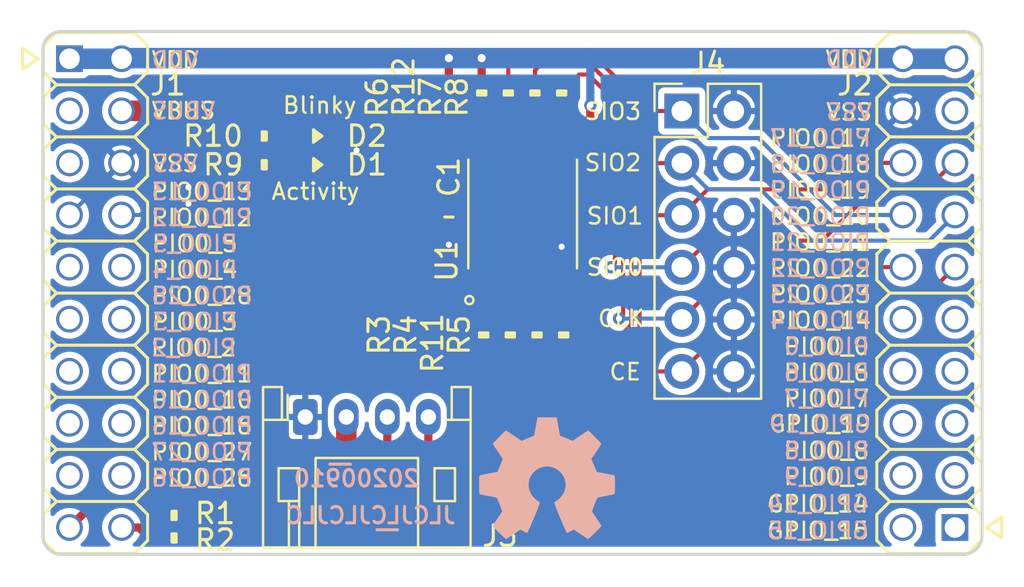
<source format=kicad_pcb>
(kicad_pcb (version 20171130) (host pcbnew 5.1.8-db9833491~87~ubuntu20.04.1)

  (general
    (thickness 1.6)
    (drawings 82)
    (tracks 160)
    (zones 0)
    (modules 23)
    (nets 48)
  )

  (page A4)
  (layers
    (0 F.Cu signal)
    (31 B.Cu signal)
    (32 B.Adhes user)
    (33 F.Adhes user)
    (34 B.Paste user)
    (35 F.Paste user)
    (36 B.SilkS user)
    (37 F.SilkS user)
    (38 B.Mask user)
    (39 F.Mask user)
    (40 Dwgs.User user)
    (41 Cmts.User user)
    (42 Eco1.User user)
    (43 Eco2.User user)
    (44 Edge.Cuts user)
    (45 Margin user)
    (46 B.CrtYd user)
    (47 F.CrtYd user)
    (48 B.Fab user)
    (49 F.Fab user)
  )

  (setup
    (last_trace_width 0.2)
    (user_trace_width 0.15)
    (user_trace_width 0.2)
    (user_trace_width 0.3)
    (user_trace_width 0.4)
    (user_trace_width 0.6)
    (user_trace_width 1)
    (user_trace_width 1.5)
    (user_trace_width 2)
    (trace_clearance 0.127)
    (zone_clearance 0.3)
    (zone_45_only no)
    (trace_min 0.127)
    (via_size 0.6)
    (via_drill 0.3)
    (via_min_size 0.6)
    (via_min_drill 0.3)
    (user_via 0.6 0.3)
    (user_via 0.65 0.4)
    (user_via 0.75 0.6)
    (user_via 0.95 0.8)
    (user_via 1.3 1)
    (user_via 1.5 1.2)
    (user_via 1.7 1.4)
    (user_via 1.9 1.6)
    (uvia_size 0.6)
    (uvia_drill 0.3)
    (uvias_allowed no)
    (uvia_min_size 0.381)
    (uvia_min_drill 0.254)
    (edge_width 0.15)
    (segment_width 0.2)
    (pcb_text_width 0.3)
    (pcb_text_size 1.5 1.5)
    (mod_edge_width 0.15)
    (mod_text_size 0.8 0.8)
    (mod_text_width 0.12)
    (pad_size 0.7 1.8)
    (pad_drill 0)
    (pad_to_mask_clearance 0.1)
    (aux_axis_origin 0 0)
    (visible_elements FFFFFF7F)
    (pcbplotparams
      (layerselection 0x010fc_ffffffff)
      (usegerberextensions false)
      (usegerberattributes false)
      (usegerberadvancedattributes false)
      (creategerberjobfile false)
      (excludeedgelayer false)
      (linewidth 0.150000)
      (plotframeref false)
      (viasonmask false)
      (mode 1)
      (useauxorigin false)
      (hpglpennumber 1)
      (hpglpenspeed 20)
      (hpglpendiameter 15.000000)
      (psnegative false)
      (psa4output false)
      (plotreference true)
      (plotvalue true)
      (plotinvisibletext false)
      (padsonsilk false)
      (subtractmaskfromsilk false)
      (outputformat 1)
      (mirror false)
      (drillshape 0)
      (scaleselection 1)
      (outputdirectory "plots/"))
  )

  (net 0 "")
  (net 1 /VBUS)
  (net 2 /PIO0_10)
  (net 3 /PIO0_11)
  (net 4 /PIO0_2)
  (net 5 /PIO0_3)
  (net 6 /PIO0_4)
  (net 7 /PIO0_5)
  (net 8 /VSS)
  (net 9 /VDD)
  (net 10 /PIO0_14)
  (net 11 /PIO0_23)
  (net 12 /PIO0_6)
  (net 13 /PIO0_0)
  (net 14 /PIO0_7)
  (net 15 /PIO0_9)
  (net 16 /PIO0_8)
  (net 17 /GPIO_19)
  (net 18 /GPIO_15)
  (net 19 /GPIO_14)
  (net 20 /UART_RX)
  (net 21 /UART_TX)
  (net 22 "Net-(J3-Pad4)")
  (net 23 "Net-(J3-Pad3)")
  (net 24 /CE_FLASH)
  (net 25 "Net-(R3-Pad1)")
  (net 26 "Net-(R4-Pad1)")
  (net 27 "Net-(R7-Pad2)")
  (net 28 "Net-(R8-Pad2)")
  (net 29 "Net-(D1-Pad2)")
  (net 30 "Net-(D2-Pad2)")
  (net 31 /PIO0_26)
  (net 32 /PIO0_27)
  (net 33 /PIO0_16)
  (net 34 /PIO0_28)
  (net 35 /LED0)
  (net 36 /LED1)
  (net 37 "Net-(J1-Pad5)")
  (net 38 "Net-(J1-Pad3)")
  (net 39 "Net-(J2-Pad19)")
  (net 40 "Net-(J2-Pad17)")
  (net 41 /SIO1)
  (net 42 /SIO0)
  (net 43 /SIO3)
  (net 44 /SIO2)
  (net 45 /CLK)
  (net 46 "Net-(R11-Pad1)")
  (net 47 "Net-(R12-Pad2)")

  (net_class Default "This is the default net class."
    (clearance 0.127)
    (trace_width 0.127)
    (via_dia 0.6)
    (via_drill 0.3)
    (uvia_dia 0.6)
    (uvia_drill 0.3)
    (add_net /CE_FLASH)
    (add_net /CLK)
    (add_net /GPIO_14)
    (add_net /GPIO_15)
    (add_net /GPIO_19)
    (add_net /LED0)
    (add_net /LED1)
    (add_net /PIO0_0)
    (add_net /PIO0_10)
    (add_net /PIO0_11)
    (add_net /PIO0_14)
    (add_net /PIO0_16)
    (add_net /PIO0_2)
    (add_net /PIO0_23)
    (add_net /PIO0_26)
    (add_net /PIO0_27)
    (add_net /PIO0_28)
    (add_net /PIO0_3)
    (add_net /PIO0_4)
    (add_net /PIO0_5)
    (add_net /PIO0_6)
    (add_net /PIO0_7)
    (add_net /PIO0_8)
    (add_net /PIO0_9)
    (add_net /SIO0)
    (add_net /SIO1)
    (add_net /SIO2)
    (add_net /SIO3)
    (add_net /UART_RX)
    (add_net /UART_TX)
    (add_net /VBUS)
    (add_net /VDD)
    (add_net /VSS)
    (add_net "Net-(D1-Pad2)")
    (add_net "Net-(D2-Pad2)")
    (add_net "Net-(J1-Pad3)")
    (add_net "Net-(J1-Pad5)")
    (add_net "Net-(J2-Pad17)")
    (add_net "Net-(J2-Pad19)")
    (add_net "Net-(J3-Pad3)")
    (add_net "Net-(J3-Pad4)")
    (add_net "Net-(R11-Pad1)")
    (add_net "Net-(R12-Pad2)")
    (add_net "Net-(R3-Pad1)")
    (add_net "Net-(R4-Pad1)")
    (add_net "Net-(R7-Pad2)")
    (add_net "Net-(R8-Pad2)")
  )

  (module SquantorRcl:R_0402_hand (layer F.Cu) (tedit 5D440136) (tstamp 5FA51A58)
    (at 84.9 76.6 270)
    (descr "Resistor SMD 0402, reflow soldering, Vishay (see dcrcw.pdf)")
    (tags "resistor 0402")
    (path /5FB4CB0B)
    (attr smd)
    (fp_text reference R12 (at -0.3 5.1 90) (layer F.SilkS)
      (effects (font (size 1 1) (thickness 0.15)))
    )
    (fp_text value 100 (at -0.3 5.1 90) (layer F.Fab)
      (effects (font (size 1 1) (thickness 0.15)))
    )
    (fp_line (start -0.5 0.25) (end -0.5 -0.25) (layer F.Fab) (width 0.1))
    (fp_line (start 0.5 0.25) (end -0.5 0.25) (layer F.Fab) (width 0.1))
    (fp_line (start 0.5 -0.25) (end 0.5 0.25) (layer F.Fab) (width 0.1))
    (fp_line (start -0.5 -0.25) (end 0.5 -0.25) (layer F.Fab) (width 0.1))
    (fp_line (start -1.1 -0.55) (end 1.1 -0.55) (layer F.CrtYd) (width 0.05))
    (fp_line (start -1.1 0.55) (end 1.1 0.55) (layer F.CrtYd) (width 0.05))
    (fp_line (start -1.1 -0.55) (end -1.1 0.55) (layer F.CrtYd) (width 0.05))
    (fp_line (start 1.1 -0.55) (end 1.1 0.55) (layer F.CrtYd) (width 0.05))
    (fp_line (start -0.1 -0.2) (end 0.1 -0.2) (layer F.SilkS) (width 0.15))
    (fp_line (start 0.1 -0.2) (end 0.1 0.2) (layer F.SilkS) (width 0.15))
    (fp_line (start 0.1 0.2) (end -0.1 0.2) (layer F.SilkS) (width 0.15))
    (fp_line (start -0.1 0.2) (end -0.1 -0.2) (layer F.SilkS) (width 0.15))
    (fp_line (start 0 -0.2) (end 0 0.2) (layer F.SilkS) (width 0.15))
    (pad 2 smd rect (at 0.55 0 270) (size 0.6 0.6) (layers F.Cu F.Paste F.Mask)
      (net 47 "Net-(R12-Pad2)"))
    (pad 1 smd rect (at -0.55 0 270) (size 0.6 0.6) (layers F.Cu F.Paste F.Mask)
      (net 43 /SIO3))
    (model ${KISYS3DMOD}/Resistor_SMD.3dshapes/R_0402_1005Metric.step
      (at (xyz 0 0 0))
      (scale (xyz 1 1 1))
      (rotate (xyz 0 0 0))
    )
  )

  (module SquantorRcl:R_0402_hand (layer F.Cu) (tedit 5D440136) (tstamp 5FA51A45)
    (at 86.3 88.4 270)
    (descr "Resistor SMD 0402, reflow soldering, Vishay (see dcrcw.pdf)")
    (tags "resistor 0402")
    (path /5FAE9FAA)
    (attr smd)
    (fp_text reference R11 (at 0.4 5.1 90) (layer F.SilkS)
      (effects (font (size 1 1) (thickness 0.15)))
    )
    (fp_text value 100 (at 0.4 5.1 90) (layer F.Fab)
      (effects (font (size 1 1) (thickness 0.15)))
    )
    (fp_line (start -0.5 0.25) (end -0.5 -0.25) (layer F.Fab) (width 0.1))
    (fp_line (start 0.5 0.25) (end -0.5 0.25) (layer F.Fab) (width 0.1))
    (fp_line (start 0.5 -0.25) (end 0.5 0.25) (layer F.Fab) (width 0.1))
    (fp_line (start -0.5 -0.25) (end 0.5 -0.25) (layer F.Fab) (width 0.1))
    (fp_line (start -1.1 -0.55) (end 1.1 -0.55) (layer F.CrtYd) (width 0.05))
    (fp_line (start -1.1 0.55) (end 1.1 0.55) (layer F.CrtYd) (width 0.05))
    (fp_line (start -1.1 -0.55) (end -1.1 0.55) (layer F.CrtYd) (width 0.05))
    (fp_line (start 1.1 -0.55) (end 1.1 0.55) (layer F.CrtYd) (width 0.05))
    (fp_line (start -0.1 -0.2) (end 0.1 -0.2) (layer F.SilkS) (width 0.15))
    (fp_line (start 0.1 -0.2) (end 0.1 0.2) (layer F.SilkS) (width 0.15))
    (fp_line (start 0.1 0.2) (end -0.1 0.2) (layer F.SilkS) (width 0.15))
    (fp_line (start -0.1 0.2) (end -0.1 -0.2) (layer F.SilkS) (width 0.15))
    (fp_line (start 0 -0.2) (end 0 0.2) (layer F.SilkS) (width 0.15))
    (pad 2 smd rect (at 0.55 0 270) (size 0.6 0.6) (layers F.Cu F.Paste F.Mask)
      (net 44 /SIO2))
    (pad 1 smd rect (at -0.55 0 270) (size 0.6 0.6) (layers F.Cu F.Paste F.Mask)
      (net 46 "Net-(R11-Pad1)"))
    (model ${KISYS3DMOD}/Resistor_SMD.3dshapes/R_0402_1005Metric.step
      (at (xyz 0 0 0))
      (scale (xyz 1 1 1))
      (rotate (xyz 0 0 0))
    )
  )

  (module Connector_PinHeader_2.54mm:PinHeader_2x06_P2.54mm_Vertical (layer F.Cu) (tedit 59FED5CC) (tstamp 5FA5251C)
    (at 93.36 77.48)
    (descr "Through hole straight pin header, 2x06, 2.54mm pitch, double rows")
    (tags "Through hole pin header THT 2x06 2.54mm double row")
    (path /5FB97898)
    (fp_text reference J4 (at 1.27 -2.33) (layer F.SilkS)
      (effects (font (size 1 1) (thickness 0.15)))
    )
    (fp_text value Conn_02x06_Odd_Even (at 1.27 15.03) (layer F.Fab)
      (effects (font (size 1 1) (thickness 0.15)))
    )
    (fp_text user %R (at 1.27 6.35 90) (layer F.Fab)
      (effects (font (size 1 1) (thickness 0.15)))
    )
    (fp_line (start 0 -1.27) (end 3.81 -1.27) (layer F.Fab) (width 0.1))
    (fp_line (start 3.81 -1.27) (end 3.81 13.97) (layer F.Fab) (width 0.1))
    (fp_line (start 3.81 13.97) (end -1.27 13.97) (layer F.Fab) (width 0.1))
    (fp_line (start -1.27 13.97) (end -1.27 0) (layer F.Fab) (width 0.1))
    (fp_line (start -1.27 0) (end 0 -1.27) (layer F.Fab) (width 0.1))
    (fp_line (start -1.33 14.03) (end 3.87 14.03) (layer F.SilkS) (width 0.12))
    (fp_line (start -1.33 1.27) (end -1.33 14.03) (layer F.SilkS) (width 0.12))
    (fp_line (start 3.87 -1.33) (end 3.87 14.03) (layer F.SilkS) (width 0.12))
    (fp_line (start -1.33 1.27) (end 1.27 1.27) (layer F.SilkS) (width 0.12))
    (fp_line (start 1.27 1.27) (end 1.27 -1.33) (layer F.SilkS) (width 0.12))
    (fp_line (start 1.27 -1.33) (end 3.87 -1.33) (layer F.SilkS) (width 0.12))
    (fp_line (start -1.33 0) (end -1.33 -1.33) (layer F.SilkS) (width 0.12))
    (fp_line (start -1.33 -1.33) (end 0 -1.33) (layer F.SilkS) (width 0.12))
    (fp_line (start -1.8 -1.8) (end -1.8 14.5) (layer F.CrtYd) (width 0.05))
    (fp_line (start -1.8 14.5) (end 4.35 14.5) (layer F.CrtYd) (width 0.05))
    (fp_line (start 4.35 14.5) (end 4.35 -1.8) (layer F.CrtYd) (width 0.05))
    (fp_line (start 4.35 -1.8) (end -1.8 -1.8) (layer F.CrtYd) (width 0.05))
    (pad 12 thru_hole oval (at 2.54 12.7) (size 1.7 1.7) (drill 1) (layers *.Cu *.Mask)
      (net 8 /VSS))
    (pad 11 thru_hole oval (at 0 12.7) (size 1.7 1.7) (drill 1) (layers *.Cu *.Mask)
      (net 24 /CE_FLASH))
    (pad 10 thru_hole oval (at 2.54 10.16) (size 1.7 1.7) (drill 1) (layers *.Cu *.Mask)
      (net 8 /VSS))
    (pad 9 thru_hole oval (at 0 10.16) (size 1.7 1.7) (drill 1) (layers *.Cu *.Mask)
      (net 45 /CLK))
    (pad 8 thru_hole oval (at 2.54 7.62) (size 1.7 1.7) (drill 1) (layers *.Cu *.Mask)
      (net 8 /VSS))
    (pad 7 thru_hole oval (at 0 7.62) (size 1.7 1.7) (drill 1) (layers *.Cu *.Mask)
      (net 42 /SIO0))
    (pad 6 thru_hole oval (at 2.54 5.08) (size 1.7 1.7) (drill 1) (layers *.Cu *.Mask)
      (net 8 /VSS))
    (pad 5 thru_hole oval (at 0 5.08) (size 1.7 1.7) (drill 1) (layers *.Cu *.Mask)
      (net 41 /SIO1))
    (pad 4 thru_hole oval (at 2.54 2.54) (size 1.7 1.7) (drill 1) (layers *.Cu *.Mask)
      (net 8 /VSS))
    (pad 3 thru_hole oval (at 0 2.54) (size 1.7 1.7) (drill 1) (layers *.Cu *.Mask)
      (net 44 /SIO2))
    (pad 2 thru_hole oval (at 2.54 0) (size 1.7 1.7) (drill 1) (layers *.Cu *.Mask)
      (net 8 /VSS))
    (pad 1 thru_hole rect (at 0 0) (size 1.7 1.7) (drill 1) (layers *.Cu *.Mask)
      (net 43 /SIO3))
    (model ${KISYS3DMOD}/Connector_PinHeader_2.54mm.3dshapes/PinHeader_2x06_P2.54mm_Vertical.wrl
      (at (xyz 0 0 0))
      (scale (xyz 1 1 1))
      (rotate (xyz 0 0 0))
    )
  )

  (module SquantorRcl:R_0402_hand (layer F.Cu) (tedit 5D440136) (tstamp 5FA3425D)
    (at 73 78.7 180)
    (descr "Resistor SMD 0402, reflow soldering, Vishay (see dcrcw.pdf)")
    (tags "resistor 0402")
    (path /5FA71094)
    (attr smd)
    (fp_text reference R10 (at 2.5 0) (layer F.SilkS)
      (effects (font (size 1 1) (thickness 0.15)))
    )
    (fp_text value 4.7K (at 0 1.8) (layer F.Fab)
      (effects (font (size 1 1) (thickness 0.15)))
    )
    (fp_line (start 0 -0.2) (end 0 0.2) (layer F.SilkS) (width 0.15))
    (fp_line (start -0.1 0.2) (end -0.1 -0.2) (layer F.SilkS) (width 0.15))
    (fp_line (start 0.1 0.2) (end -0.1 0.2) (layer F.SilkS) (width 0.15))
    (fp_line (start 0.1 -0.2) (end 0.1 0.2) (layer F.SilkS) (width 0.15))
    (fp_line (start -0.1 -0.2) (end 0.1 -0.2) (layer F.SilkS) (width 0.15))
    (fp_line (start 1.1 -0.55) (end 1.1 0.55) (layer F.CrtYd) (width 0.05))
    (fp_line (start -1.1 -0.55) (end -1.1 0.55) (layer F.CrtYd) (width 0.05))
    (fp_line (start -1.1 0.55) (end 1.1 0.55) (layer F.CrtYd) (width 0.05))
    (fp_line (start -1.1 -0.55) (end 1.1 -0.55) (layer F.CrtYd) (width 0.05))
    (fp_line (start -0.5 -0.25) (end 0.5 -0.25) (layer F.Fab) (width 0.1))
    (fp_line (start 0.5 -0.25) (end 0.5 0.25) (layer F.Fab) (width 0.1))
    (fp_line (start 0.5 0.25) (end -0.5 0.25) (layer F.Fab) (width 0.1))
    (fp_line (start -0.5 0.25) (end -0.5 -0.25) (layer F.Fab) (width 0.1))
    (pad 2 smd rect (at 0.55 0 180) (size 0.6 0.6) (layers F.Cu F.Paste F.Mask)
      (net 36 /LED1))
    (pad 1 smd rect (at -0.55 0 180) (size 0.6 0.6) (layers F.Cu F.Paste F.Mask)
      (net 30 "Net-(D2-Pad2)"))
    (model ${KISYS3DMOD}/Resistor_SMD.3dshapes/R_0402_1005Metric.step
      (at (xyz 0 0 0))
      (scale (xyz 1 1 1))
      (rotate (xyz 0 0 0))
    )
  )

  (module SquantorRcl:R_0402_hand (layer F.Cu) (tedit 5D440136) (tstamp 5FA3424A)
    (at 73 80.1 180)
    (descr "Resistor SMD 0402, reflow soldering, Vishay (see dcrcw.pdf)")
    (tags "resistor 0402")
    (path /5FA70748)
    (attr smd)
    (fp_text reference R9 (at 2 0) (layer F.SilkS)
      (effects (font (size 1 1) (thickness 0.15)))
    )
    (fp_text value 4.7K (at 0 1.8) (layer F.Fab)
      (effects (font (size 1 1) (thickness 0.15)))
    )
    (fp_line (start 0 -0.2) (end 0 0.2) (layer F.SilkS) (width 0.15))
    (fp_line (start -0.1 0.2) (end -0.1 -0.2) (layer F.SilkS) (width 0.15))
    (fp_line (start 0.1 0.2) (end -0.1 0.2) (layer F.SilkS) (width 0.15))
    (fp_line (start 0.1 -0.2) (end 0.1 0.2) (layer F.SilkS) (width 0.15))
    (fp_line (start -0.1 -0.2) (end 0.1 -0.2) (layer F.SilkS) (width 0.15))
    (fp_line (start 1.1 -0.55) (end 1.1 0.55) (layer F.CrtYd) (width 0.05))
    (fp_line (start -1.1 -0.55) (end -1.1 0.55) (layer F.CrtYd) (width 0.05))
    (fp_line (start -1.1 0.55) (end 1.1 0.55) (layer F.CrtYd) (width 0.05))
    (fp_line (start -1.1 -0.55) (end 1.1 -0.55) (layer F.CrtYd) (width 0.05))
    (fp_line (start -0.5 -0.25) (end 0.5 -0.25) (layer F.Fab) (width 0.1))
    (fp_line (start 0.5 -0.25) (end 0.5 0.25) (layer F.Fab) (width 0.1))
    (fp_line (start 0.5 0.25) (end -0.5 0.25) (layer F.Fab) (width 0.1))
    (fp_line (start -0.5 0.25) (end -0.5 -0.25) (layer F.Fab) (width 0.1))
    (pad 2 smd rect (at 0.55 0 180) (size 0.6 0.6) (layers F.Cu F.Paste F.Mask)
      (net 35 /LED0))
    (pad 1 smd rect (at -0.55 0 180) (size 0.6 0.6) (layers F.Cu F.Paste F.Mask)
      (net 29 "Net-(D1-Pad2)"))
    (model ${KISYS3DMOD}/Resistor_SMD.3dshapes/R_0402_1005Metric.step
      (at (xyz 0 0 0))
      (scale (xyz 1 1 1))
      (rotate (xyz 0 0 0))
    )
  )

  (module SquantorDiodes:LED_0603_hand (layer F.Cu) (tedit 5D43FE44) (tstamp 5FA33EFD)
    (at 75.6 78.7 180)
    (descr "LED SMD 0603, reflow soldering, general purpose")
    (tags "LED 0603")
    (path /5FA7856F)
    (attr smd)
    (fp_text reference D2 (at -2.4 0) (layer F.SilkS)
      (effects (font (size 1 1) (thickness 0.15)))
    )
    (fp_text value LED (at 0 1.9) (layer F.Fab)
      (effects (font (size 1 1) (thickness 0.15)))
    )
    (fp_line (start 0.1 -0.2) (end 0.1 0.2) (layer F.SilkS) (width 0.15))
    (fp_line (start -0.2 0) (end 0.2 0) (layer F.SilkS) (width 0.15))
    (fp_line (start 0.2 0.3) (end 0.2 -0.3) (layer F.SilkS) (width 0.15))
    (fp_line (start -0.2 0) (end 0.2 0.3) (layer F.SilkS) (width 0.15))
    (fp_line (start 0.2 -0.3) (end -0.2 0) (layer F.SilkS) (width 0.15))
    (fp_line (start 1.5 -0.7) (end 1.5 0.7) (layer F.CrtYd) (width 0.05))
    (fp_line (start -1.5 -0.7) (end -1.5 0.7) (layer F.CrtYd) (width 0.05))
    (fp_line (start -1.5 0.7) (end 1.5 0.7) (layer F.CrtYd) (width 0.05))
    (fp_line (start -1.5 -0.7) (end 1.5 -0.7) (layer F.CrtYd) (width 0.05))
    (fp_line (start -0.8 -0.4) (end 0.8 -0.4) (layer F.Fab) (width 0.1))
    (fp_line (start 0.8 -0.4) (end 0.8 0.4) (layer F.Fab) (width 0.1))
    (fp_line (start 0.8 0.4) (end -0.8 0.4) (layer F.Fab) (width 0.1))
    (fp_line (start -0.8 0.4) (end -0.8 -0.4) (layer F.Fab) (width 0.1))
    (pad 2 smd rect (at 0.85 0 180) (size 0.7 0.9) (layers F.Cu F.Paste F.Mask)
      (net 30 "Net-(D2-Pad2)"))
    (pad 1 smd rect (at -0.85 0 180) (size 0.7 0.9) (layers F.Cu F.Paste F.Mask)
      (net 8 /VSS))
    (model ${KISYS3DMOD}/LED_SMD.3dshapes/LED_0603_1608Metric.step
      (at (xyz 0 0 0))
      (scale (xyz 1 1 1))
      (rotate (xyz 0 0 0))
    )
  )

  (module SquantorDiodes:LED_0603_hand (layer F.Cu) (tedit 5D43FE44) (tstamp 5FA33EEA)
    (at 75.6 80.1 180)
    (descr "LED SMD 0603, reflow soldering, general purpose")
    (tags "LED 0603")
    (path /5FA77252)
    (attr smd)
    (fp_text reference D1 (at -2.4 0) (layer F.SilkS)
      (effects (font (size 1 1) (thickness 0.15)))
    )
    (fp_text value LED (at 0 1.9) (layer F.Fab)
      (effects (font (size 1 1) (thickness 0.15)))
    )
    (fp_line (start 0.1 -0.2) (end 0.1 0.2) (layer F.SilkS) (width 0.15))
    (fp_line (start -0.2 0) (end 0.2 0) (layer F.SilkS) (width 0.15))
    (fp_line (start 0.2 0.3) (end 0.2 -0.3) (layer F.SilkS) (width 0.15))
    (fp_line (start -0.2 0) (end 0.2 0.3) (layer F.SilkS) (width 0.15))
    (fp_line (start 0.2 -0.3) (end -0.2 0) (layer F.SilkS) (width 0.15))
    (fp_line (start 1.5 -0.7) (end 1.5 0.7) (layer F.CrtYd) (width 0.05))
    (fp_line (start -1.5 -0.7) (end -1.5 0.7) (layer F.CrtYd) (width 0.05))
    (fp_line (start -1.5 0.7) (end 1.5 0.7) (layer F.CrtYd) (width 0.05))
    (fp_line (start -1.5 -0.7) (end 1.5 -0.7) (layer F.CrtYd) (width 0.05))
    (fp_line (start -0.8 -0.4) (end 0.8 -0.4) (layer F.Fab) (width 0.1))
    (fp_line (start 0.8 -0.4) (end 0.8 0.4) (layer F.Fab) (width 0.1))
    (fp_line (start 0.8 0.4) (end -0.8 0.4) (layer F.Fab) (width 0.1))
    (fp_line (start -0.8 0.4) (end -0.8 -0.4) (layer F.Fab) (width 0.1))
    (pad 2 smd rect (at 0.85 0 180) (size 0.7 0.9) (layers F.Cu F.Paste F.Mask)
      (net 29 "Net-(D1-Pad2)"))
    (pad 1 smd rect (at -0.85 0 180) (size 0.7 0.9) (layers F.Cu F.Paste F.Mask)
      (net 8 /VSS))
    (model ${KISYS3DMOD}/LED_SMD.3dshapes/LED_0603_1608Metric.step
      (at (xyz 0 0 0))
      (scale (xyz 1 1 1))
      (rotate (xyz 0 0 0))
    )
  )

  (module SquantorIC:SOIC-8_dual_wide (layer F.Cu) (tedit 5FA30011) (tstamp 5FA33069)
    (at 85.6 82.5 90)
    (descr "SOIC 8 footprint suitable for 150mil and 208mil wide")
    (tags "SOIC 8 wide")
    (path /5FA3CCEA)
    (fp_text reference U1 (at -2.3 -3.7 90) (layer F.SilkS)
      (effects (font (size 1 1) (thickness 0.15)))
    )
    (fp_text value "generic 25XNN serial flash" (at 0 4.1 90) (layer F.Fab)
      (effects (font (size 1 1) (thickness 0.15)))
    )
    (fp_poly (pts (xy 4.1275 -1.7145) (xy 2.032 -1.7145) (xy 2.032 -2.0955) (xy 4.1275 -2.0955)) (layer F.Fab) (width 0.1))
    (fp_poly (pts (xy 4.1275 -0.4445) (xy 2.032 -0.4445) (xy 2.032 -0.8255) (xy 4.1275 -0.8255)) (layer F.Fab) (width 0.1))
    (fp_poly (pts (xy 4.1275 0.8255) (xy 2.032 0.8255) (xy 2.032 0.4445) (xy 4.1275 0.4445)) (layer F.Fab) (width 0.1))
    (fp_poly (pts (xy 4.1275 2.0955) (xy 2.032 2.0955) (xy 2.032 1.7145) (xy 4.1275 1.7145)) (layer F.Fab) (width 0.1))
    (fp_poly (pts (xy -2.032 2.0955) (xy -4.1275 2.0955) (xy -4.1275 1.7145) (xy -2.032 1.7145)) (layer F.Fab) (width 0.1))
    (fp_poly (pts (xy -2.032 0.8255) (xy -4.1275 0.8255) (xy -4.1275 0.4445) (xy -2.032 0.4445)) (layer F.Fab) (width 0.1))
    (fp_poly (pts (xy -2.032 -0.4445) (xy -4.1275 -0.4445) (xy -4.1275 -0.8255) (xy -2.032 -0.8255)) (layer F.Fab) (width 0.1))
    (fp_poly (pts (xy -2.032 -1.7145) (xy -4.1275 -1.7145) (xy -4.1275 -2.0955) (xy -2.032 -2.0955)) (layer F.Fab) (width 0.1))
    (fp_line (start 2.65 2.65) (end 2.65 -2.65) (layer F.Fab) (width 0.1))
    (fp_line (start 2 -2.65) (end 2 2.65) (layer F.Fab) (width 0.1))
    (fp_line (start -2 2.65) (end -2 -2.65) (layer F.Fab) (width 0.1))
    (fp_line (start -2.65 -2.65) (end -2.65 2.65) (layer F.Fab) (width 0.1))
    (fp_circle (center -4.2 -2.6) (end -4 -2.6) (layer F.SilkS) (width 0.12))
    (fp_line (start 2.65 2.65) (end -2.65 2.65) (layer F.SilkS) (width 0.12))
    (fp_line (start -2.65 -2.65) (end 2.65 -2.65) (layer F.SilkS) (width 0.12))
    (fp_line (start -4.8 -3) (end -4.8 3) (layer F.CrtYd) (width 0.025))
    (fp_line (start -4.8 3) (end 4.8 3) (layer F.CrtYd) (width 0.025))
    (fp_line (start 4.8 3) (end 4.8 -3) (layer F.CrtYd) (width 0.025))
    (fp_line (start 4.8 -3) (end -4.8 -3) (layer F.CrtYd) (width 0.025))
    (pad 8 smd rect (at 3.25 -1.905 90) (size 2.5 0.6) (layers F.Cu F.Paste F.Mask)
      (net 9 /VDD))
    (pad 7 smd rect (at 3.25 -0.635 90) (size 2.5 0.6) (layers F.Cu F.Paste F.Mask)
      (net 47 "Net-(R12-Pad2)"))
    (pad 6 smd rect (at 3.25 0.635 90) (size 2.5 0.6) (layers F.Cu F.Paste F.Mask)
      (net 27 "Net-(R7-Pad2)"))
    (pad 5 smd rect (at 3.25 1.905 90) (size 2.5 0.6) (layers F.Cu F.Paste F.Mask)
      (net 28 "Net-(R8-Pad2)"))
    (pad 4 smd rect (at -3.25 1.905 90) (size 2.5 0.6) (layers F.Cu F.Paste F.Mask)
      (net 8 /VSS))
    (pad 3 smd rect (at -3.25 0.635 90) (size 2.5 0.6) (layers F.Cu F.Paste F.Mask)
      (net 46 "Net-(R11-Pad1)"))
    (pad 2 smd rect (at -3.25 -0.635 90) (size 2.5 0.6) (layers F.Cu F.Paste F.Mask)
      (net 26 "Net-(R4-Pad1)"))
    (pad 1 smd rect (at -3.25 -1.905 90) (size 2.5 0.6) (layers F.Cu F.Paste F.Mask)
      (net 25 "Net-(R3-Pad1)"))
    (model ${KISYS3DMOD}/Package_SO.3dshapes/SOIC-8_5.275x5.275mm_P1.27mm.step
      (at (xyz 0 0 0))
      (scale (xyz 1 1 1))
      (rotate (xyz 0 0 0))
    )
    (model ${KISYS3DMOD}/Package_SO.3dshapes/SOIC-8_3.9x4.9mm_P1.27mm.step
      (at (xyz 0 0 0))
      (scale (xyz 1 1 1))
      (rotate (xyz 0 0 0))
    )
  )

  (module SquantorRcl:R_0402_hand (layer F.Cu) (tedit 5D440136) (tstamp 5FA1F25B)
    (at 87.5 76.6 270)
    (descr "Resistor SMD 0402, reflow soldering, Vishay (see dcrcw.pdf)")
    (tags "resistor 0402")
    (path /5FA5410E)
    (attr smd)
    (fp_text reference R8 (at 0.2 5.1 90) (layer F.SilkS)
      (effects (font (size 1 1) (thickness 0.15)))
    )
    (fp_text value 100 (at -0.3 5.1 90) (layer F.Fab)
      (effects (font (size 1 1) (thickness 0.15)))
    )
    (fp_line (start 0 -0.2) (end 0 0.2) (layer F.SilkS) (width 0.15))
    (fp_line (start -0.1 0.2) (end -0.1 -0.2) (layer F.SilkS) (width 0.15))
    (fp_line (start 0.1 0.2) (end -0.1 0.2) (layer F.SilkS) (width 0.15))
    (fp_line (start 0.1 -0.2) (end 0.1 0.2) (layer F.SilkS) (width 0.15))
    (fp_line (start -0.1 -0.2) (end 0.1 -0.2) (layer F.SilkS) (width 0.15))
    (fp_line (start 1.1 -0.55) (end 1.1 0.55) (layer F.CrtYd) (width 0.05))
    (fp_line (start -1.1 -0.55) (end -1.1 0.55) (layer F.CrtYd) (width 0.05))
    (fp_line (start -1.1 0.55) (end 1.1 0.55) (layer F.CrtYd) (width 0.05))
    (fp_line (start -1.1 -0.55) (end 1.1 -0.55) (layer F.CrtYd) (width 0.05))
    (fp_line (start -0.5 -0.25) (end 0.5 -0.25) (layer F.Fab) (width 0.1))
    (fp_line (start 0.5 -0.25) (end 0.5 0.25) (layer F.Fab) (width 0.1))
    (fp_line (start 0.5 0.25) (end -0.5 0.25) (layer F.Fab) (width 0.1))
    (fp_line (start -0.5 0.25) (end -0.5 -0.25) (layer F.Fab) (width 0.1))
    (pad 2 smd rect (at 0.55 0 270) (size 0.6 0.6) (layers F.Cu F.Paste F.Mask)
      (net 28 "Net-(R8-Pad2)"))
    (pad 1 smd rect (at -0.55 0 270) (size 0.6 0.6) (layers F.Cu F.Paste F.Mask)
      (net 42 /SIO0))
    (model ${KISYS3DMOD}/Resistor_SMD.3dshapes/R_0402_1005Metric.step
      (at (xyz 0 0 0))
      (scale (xyz 1 1 1))
      (rotate (xyz 0 0 0))
    )
  )

  (module SquantorRcl:R_0402_hand (layer F.Cu) (tedit 5D440136) (tstamp 5FA1F248)
    (at 86.2 76.6 270)
    (descr "Resistor SMD 0402, reflow soldering, Vishay (see dcrcw.pdf)")
    (tags "resistor 0402")
    (path /5FA5396F)
    (attr smd)
    (fp_text reference R7 (at 0.2 5.1 90) (layer F.SilkS)
      (effects (font (size 1 1) (thickness 0.15)))
    )
    (fp_text value 100 (at -0.3 5.1 90) (layer F.Fab)
      (effects (font (size 1 1) (thickness 0.15)))
    )
    (fp_line (start 0 -0.2) (end 0 0.2) (layer F.SilkS) (width 0.15))
    (fp_line (start -0.1 0.2) (end -0.1 -0.2) (layer F.SilkS) (width 0.15))
    (fp_line (start 0.1 0.2) (end -0.1 0.2) (layer F.SilkS) (width 0.15))
    (fp_line (start 0.1 -0.2) (end 0.1 0.2) (layer F.SilkS) (width 0.15))
    (fp_line (start -0.1 -0.2) (end 0.1 -0.2) (layer F.SilkS) (width 0.15))
    (fp_line (start 1.1 -0.55) (end 1.1 0.55) (layer F.CrtYd) (width 0.05))
    (fp_line (start -1.1 -0.55) (end -1.1 0.55) (layer F.CrtYd) (width 0.05))
    (fp_line (start -1.1 0.55) (end 1.1 0.55) (layer F.CrtYd) (width 0.05))
    (fp_line (start -1.1 -0.55) (end 1.1 -0.55) (layer F.CrtYd) (width 0.05))
    (fp_line (start -0.5 -0.25) (end 0.5 -0.25) (layer F.Fab) (width 0.1))
    (fp_line (start 0.5 -0.25) (end 0.5 0.25) (layer F.Fab) (width 0.1))
    (fp_line (start 0.5 0.25) (end -0.5 0.25) (layer F.Fab) (width 0.1))
    (fp_line (start -0.5 0.25) (end -0.5 -0.25) (layer F.Fab) (width 0.1))
    (pad 2 smd rect (at 0.55 0 270) (size 0.6 0.6) (layers F.Cu F.Paste F.Mask)
      (net 27 "Net-(R7-Pad2)"))
    (pad 1 smd rect (at -0.55 0 270) (size 0.6 0.6) (layers F.Cu F.Paste F.Mask)
      (net 45 /CLK))
    (model ${KISYS3DMOD}/Resistor_SMD.3dshapes/R_0402_1005Metric.step
      (at (xyz 0 0 0))
      (scale (xyz 1 1 1))
      (rotate (xyz 0 0 0))
    )
  )

  (module SquantorRcl:R_0402_hand (layer F.Cu) (tedit 5D440136) (tstamp 5FA1F235)
    (at 83.6 76.6 270)
    (descr "Resistor SMD 0402, reflow soldering, Vishay (see dcrcw.pdf)")
    (tags "resistor 0402")
    (path /5FA4B9BE)
    (attr smd)
    (fp_text reference R6 (at 0.2 5.1 90) (layer F.SilkS)
      (effects (font (size 1 1) (thickness 0.15)))
    )
    (fp_text value 10k (at -0.2 5.1 90) (layer F.Fab)
      (effects (font (size 1 1) (thickness 0.15)))
    )
    (fp_line (start 0 -0.2) (end 0 0.2) (layer F.SilkS) (width 0.15))
    (fp_line (start -0.1 0.2) (end -0.1 -0.2) (layer F.SilkS) (width 0.15))
    (fp_line (start 0.1 0.2) (end -0.1 0.2) (layer F.SilkS) (width 0.15))
    (fp_line (start 0.1 -0.2) (end 0.1 0.2) (layer F.SilkS) (width 0.15))
    (fp_line (start -0.1 -0.2) (end 0.1 -0.2) (layer F.SilkS) (width 0.15))
    (fp_line (start 1.1 -0.55) (end 1.1 0.55) (layer F.CrtYd) (width 0.05))
    (fp_line (start -1.1 -0.55) (end -1.1 0.55) (layer F.CrtYd) (width 0.05))
    (fp_line (start -1.1 0.55) (end 1.1 0.55) (layer F.CrtYd) (width 0.05))
    (fp_line (start -1.1 -0.55) (end 1.1 -0.55) (layer F.CrtYd) (width 0.05))
    (fp_line (start -0.5 -0.25) (end 0.5 -0.25) (layer F.Fab) (width 0.1))
    (fp_line (start 0.5 -0.25) (end 0.5 0.25) (layer F.Fab) (width 0.1))
    (fp_line (start 0.5 0.25) (end -0.5 0.25) (layer F.Fab) (width 0.1))
    (fp_line (start -0.5 0.25) (end -0.5 -0.25) (layer F.Fab) (width 0.1))
    (pad 2 smd rect (at 0.55 0 270) (size 0.6 0.6) (layers F.Cu F.Paste F.Mask)
      (net 47 "Net-(R12-Pad2)"))
    (pad 1 smd rect (at -0.55 0 270) (size 0.6 0.6) (layers F.Cu F.Paste F.Mask)
      (net 9 /VDD))
    (model ${KISYS3DMOD}/Resistor_SMD.3dshapes/R_0402_1005Metric.step
      (at (xyz 0 0 0))
      (scale (xyz 1 1 1))
      (rotate (xyz 0 0 0))
    )
  )

  (module SquantorRcl:R_0402_hand (layer F.Cu) (tedit 5D440136) (tstamp 5FA1F222)
    (at 87.6 88.4 270)
    (descr "Resistor SMD 0402, reflow soldering, Vishay (see dcrcw.pdf)")
    (tags "resistor 0402")
    (path /5FA47038)
    (attr smd)
    (fp_text reference R5 (at 0 5.1 90) (layer F.SilkS)
      (effects (font (size 1 1) (thickness 0.15)))
    )
    (fp_text value 10k (at 0.3 5.1 90) (layer F.Fab)
      (effects (font (size 1 1) (thickness 0.15)))
    )
    (fp_line (start 0 -0.2) (end 0 0.2) (layer F.SilkS) (width 0.15))
    (fp_line (start -0.1 0.2) (end -0.1 -0.2) (layer F.SilkS) (width 0.15))
    (fp_line (start 0.1 0.2) (end -0.1 0.2) (layer F.SilkS) (width 0.15))
    (fp_line (start 0.1 -0.2) (end 0.1 0.2) (layer F.SilkS) (width 0.15))
    (fp_line (start -0.1 -0.2) (end 0.1 -0.2) (layer F.SilkS) (width 0.15))
    (fp_line (start 1.1 -0.55) (end 1.1 0.55) (layer F.CrtYd) (width 0.05))
    (fp_line (start -1.1 -0.55) (end -1.1 0.55) (layer F.CrtYd) (width 0.05))
    (fp_line (start -1.1 0.55) (end 1.1 0.55) (layer F.CrtYd) (width 0.05))
    (fp_line (start -1.1 -0.55) (end 1.1 -0.55) (layer F.CrtYd) (width 0.05))
    (fp_line (start -0.5 -0.25) (end 0.5 -0.25) (layer F.Fab) (width 0.1))
    (fp_line (start 0.5 -0.25) (end 0.5 0.25) (layer F.Fab) (width 0.1))
    (fp_line (start 0.5 0.25) (end -0.5 0.25) (layer F.Fab) (width 0.1))
    (fp_line (start -0.5 0.25) (end -0.5 -0.25) (layer F.Fab) (width 0.1))
    (pad 2 smd rect (at 0.55 0 270) (size 0.6 0.6) (layers F.Cu F.Paste F.Mask)
      (net 9 /VDD))
    (pad 1 smd rect (at -0.55 0 270) (size 0.6 0.6) (layers F.Cu F.Paste F.Mask)
      (net 46 "Net-(R11-Pad1)"))
    (model ${KISYS3DMOD}/Resistor_SMD.3dshapes/R_0402_1005Metric.step
      (at (xyz 0 0 0))
      (scale (xyz 1 1 1))
      (rotate (xyz 0 0 0))
    )
  )

  (module SquantorRcl:R_0402_hand (layer F.Cu) (tedit 5D440136) (tstamp 5FA1F20F)
    (at 85 88.4 270)
    (descr "Resistor SMD 0402, reflow soldering, Vishay (see dcrcw.pdf)")
    (tags "resistor 0402")
    (path /5FA4F275)
    (attr smd)
    (fp_text reference R4 (at 0 5.1 90) (layer F.SilkS)
      (effects (font (size 1 1) (thickness 0.15)))
    )
    (fp_text value 100 (at 0.4 5.1 90) (layer F.Fab)
      (effects (font (size 1 1) (thickness 0.15)))
    )
    (fp_line (start 0 -0.2) (end 0 0.2) (layer F.SilkS) (width 0.15))
    (fp_line (start -0.1 0.2) (end -0.1 -0.2) (layer F.SilkS) (width 0.15))
    (fp_line (start 0.1 0.2) (end -0.1 0.2) (layer F.SilkS) (width 0.15))
    (fp_line (start 0.1 -0.2) (end 0.1 0.2) (layer F.SilkS) (width 0.15))
    (fp_line (start -0.1 -0.2) (end 0.1 -0.2) (layer F.SilkS) (width 0.15))
    (fp_line (start 1.1 -0.55) (end 1.1 0.55) (layer F.CrtYd) (width 0.05))
    (fp_line (start -1.1 -0.55) (end -1.1 0.55) (layer F.CrtYd) (width 0.05))
    (fp_line (start -1.1 0.55) (end 1.1 0.55) (layer F.CrtYd) (width 0.05))
    (fp_line (start -1.1 -0.55) (end 1.1 -0.55) (layer F.CrtYd) (width 0.05))
    (fp_line (start -0.5 -0.25) (end 0.5 -0.25) (layer F.Fab) (width 0.1))
    (fp_line (start 0.5 -0.25) (end 0.5 0.25) (layer F.Fab) (width 0.1))
    (fp_line (start 0.5 0.25) (end -0.5 0.25) (layer F.Fab) (width 0.1))
    (fp_line (start -0.5 0.25) (end -0.5 -0.25) (layer F.Fab) (width 0.1))
    (pad 2 smd rect (at 0.55 0 270) (size 0.6 0.6) (layers F.Cu F.Paste F.Mask)
      (net 41 /SIO1))
    (pad 1 smd rect (at -0.55 0 270) (size 0.6 0.6) (layers F.Cu F.Paste F.Mask)
      (net 26 "Net-(R4-Pad1)"))
    (model ${KISYS3DMOD}/Resistor_SMD.3dshapes/R_0402_1005Metric.step
      (at (xyz 0 0 0))
      (scale (xyz 1 1 1))
      (rotate (xyz 0 0 0))
    )
  )

  (module SquantorRcl:R_0402_hand (layer F.Cu) (tedit 5D440136) (tstamp 5FA1F1FC)
    (at 83.7 88.4 270)
    (descr "Resistor SMD 0402, reflow soldering, Vishay (see dcrcw.pdf)")
    (tags "resistor 0402")
    (path /5FA500E7)
    (attr smd)
    (fp_text reference R3 (at 0 5.1 90) (layer F.SilkS)
      (effects (font (size 1 1) (thickness 0.15)))
    )
    (fp_text value 100 (at 0.4 5.1 90) (layer F.Fab)
      (effects (font (size 1 1) (thickness 0.15)))
    )
    (fp_line (start 0 -0.2) (end 0 0.2) (layer F.SilkS) (width 0.15))
    (fp_line (start -0.1 0.2) (end -0.1 -0.2) (layer F.SilkS) (width 0.15))
    (fp_line (start 0.1 0.2) (end -0.1 0.2) (layer F.SilkS) (width 0.15))
    (fp_line (start 0.1 -0.2) (end 0.1 0.2) (layer F.SilkS) (width 0.15))
    (fp_line (start -0.1 -0.2) (end 0.1 -0.2) (layer F.SilkS) (width 0.15))
    (fp_line (start 1.1 -0.55) (end 1.1 0.55) (layer F.CrtYd) (width 0.05))
    (fp_line (start -1.1 -0.55) (end -1.1 0.55) (layer F.CrtYd) (width 0.05))
    (fp_line (start -1.1 0.55) (end 1.1 0.55) (layer F.CrtYd) (width 0.05))
    (fp_line (start -1.1 -0.55) (end 1.1 -0.55) (layer F.CrtYd) (width 0.05))
    (fp_line (start -0.5 -0.25) (end 0.5 -0.25) (layer F.Fab) (width 0.1))
    (fp_line (start 0.5 -0.25) (end 0.5 0.25) (layer F.Fab) (width 0.1))
    (fp_line (start 0.5 0.25) (end -0.5 0.25) (layer F.Fab) (width 0.1))
    (fp_line (start -0.5 0.25) (end -0.5 -0.25) (layer F.Fab) (width 0.1))
    (pad 2 smd rect (at 0.55 0 270) (size 0.6 0.6) (layers F.Cu F.Paste F.Mask)
      (net 24 /CE_FLASH))
    (pad 1 smd rect (at -0.55 0 270) (size 0.6 0.6) (layers F.Cu F.Paste F.Mask)
      (net 25 "Net-(R3-Pad1)"))
    (model ${KISYS3DMOD}/Resistor_SMD.3dshapes/R_0402_1005Metric.step
      (at (xyz 0 0 0))
      (scale (xyz 1 1 1))
      (rotate (xyz 0 0 0))
    )
  )

  (module SquantorRcl:C_0402 (layer F.Cu) (tedit 5D442507) (tstamp 5FA1EFA5)
    (at 82 82.65 270)
    (descr "Capacitor SMD 0402, reflow soldering, AVX (see smccp.pdf)")
    (tags "capacitor 0402")
    (path /5FA3F133)
    (attr smd)
    (fp_text reference C1 (at -1.95 0 90) (layer F.SilkS)
      (effects (font (size 1 1) (thickness 0.15)))
    )
    (fp_text value 1u (at -2.05 0 90) (layer F.Fab)
      (effects (font (size 1 1) (thickness 0.15)))
    )
    (fp_line (start 0 -0.2) (end 0 0.2) (layer F.SilkS) (width 0.15))
    (fp_line (start 1.1 -0.55) (end 1.1 0.55) (layer F.CrtYd) (width 0.05))
    (fp_line (start -1.1 -0.55) (end -1.1 0.55) (layer F.CrtYd) (width 0.05))
    (fp_line (start -1.1 0.55) (end 1.1 0.55) (layer F.CrtYd) (width 0.05))
    (fp_line (start -1.1 -0.55) (end 1.1 -0.55) (layer F.CrtYd) (width 0.05))
    (fp_line (start -0.5 -0.25) (end 0.5 -0.25) (layer F.Fab) (width 0.1))
    (fp_line (start 0.5 -0.25) (end 0.5 0.25) (layer F.Fab) (width 0.1))
    (fp_line (start 0.5 0.25) (end -0.5 0.25) (layer F.Fab) (width 0.1))
    (fp_line (start -0.5 0.25) (end -0.5 -0.25) (layer F.Fab) (width 0.1))
    (pad 2 smd rect (at 0.55 0 270) (size 0.6 0.6) (layers F.Cu F.Paste F.Mask)
      (net 8 /VSS))
    (pad 1 smd rect (at -0.55 0 270) (size 0.6 0.6) (layers F.Cu F.Paste F.Mask)
      (net 9 /VDD))
    (model ${KISYS3DMOD}/Capacitor_SMD.3dshapes/C_0402_1005Metric.step
      (at (xyz 0 0 0))
      (scale (xyz 1 1 1))
      (rotate (xyz 0 0 0))
    )
  )

  (module SquantorRcl:R_0402_hand (layer F.Cu) (tedit 5D440136) (tstamp 5FA1D9AF)
    (at 68.6 98.3)
    (descr "Resistor SMD 0402, reflow soldering, Vishay (see dcrcw.pdf)")
    (tags "resistor 0402")
    (path /5FA2E1D6)
    (attr smd)
    (fp_text reference R2 (at 2 0.1) (layer F.SilkS)
      (effects (font (size 1 1) (thickness 0.15)))
    )
    (fp_text value 100 (at 2.5 0.1) (layer F.Fab)
      (effects (font (size 1 1) (thickness 0.15)))
    )
    (fp_line (start 0 -0.2) (end 0 0.2) (layer F.SilkS) (width 0.15))
    (fp_line (start -0.1 0.2) (end -0.1 -0.2) (layer F.SilkS) (width 0.15))
    (fp_line (start 0.1 0.2) (end -0.1 0.2) (layer F.SilkS) (width 0.15))
    (fp_line (start 0.1 -0.2) (end 0.1 0.2) (layer F.SilkS) (width 0.15))
    (fp_line (start -0.1 -0.2) (end 0.1 -0.2) (layer F.SilkS) (width 0.15))
    (fp_line (start 1.1 -0.55) (end 1.1 0.55) (layer F.CrtYd) (width 0.05))
    (fp_line (start -1.1 -0.55) (end -1.1 0.55) (layer F.CrtYd) (width 0.05))
    (fp_line (start -1.1 0.55) (end 1.1 0.55) (layer F.CrtYd) (width 0.05))
    (fp_line (start -1.1 -0.55) (end 1.1 -0.55) (layer F.CrtYd) (width 0.05))
    (fp_line (start -0.5 -0.25) (end 0.5 -0.25) (layer F.Fab) (width 0.1))
    (fp_line (start 0.5 -0.25) (end 0.5 0.25) (layer F.Fab) (width 0.1))
    (fp_line (start 0.5 0.25) (end -0.5 0.25) (layer F.Fab) (width 0.1))
    (fp_line (start -0.5 0.25) (end -0.5 -0.25) (layer F.Fab) (width 0.1))
    (pad 2 smd rect (at 0.55 0) (size 0.6 0.6) (layers F.Cu F.Paste F.Mask)
      (net 22 "Net-(J3-Pad4)"))
    (pad 1 smd rect (at -0.55 0) (size 0.6 0.6) (layers F.Cu F.Paste F.Mask)
      (net 21 /UART_TX))
    (model ${KISYS3DMOD}/Resistor_SMD.3dshapes/R_0402_1005Metric.step
      (at (xyz 0 0 0))
      (scale (xyz 1 1 1))
      (rotate (xyz 0 0 0))
    )
  )

  (module SquantorRcl:R_0402_hand (layer F.Cu) (tedit 5D440136) (tstamp 5FA1D99C)
    (at 68.6 97.2)
    (descr "Resistor SMD 0402, reflow soldering, Vishay (see dcrcw.pdf)")
    (tags "resistor 0402")
    (path /5FA2A7EA)
    (attr smd)
    (fp_text reference R1 (at 2 -0.1) (layer F.SilkS)
      (effects (font (size 1 1) (thickness 0.15)))
    )
    (fp_text value 100 (at 2.5 -0.1) (layer F.Fab)
      (effects (font (size 1 1) (thickness 0.15)))
    )
    (fp_line (start 0 -0.2) (end 0 0.2) (layer F.SilkS) (width 0.15))
    (fp_line (start -0.1 0.2) (end -0.1 -0.2) (layer F.SilkS) (width 0.15))
    (fp_line (start 0.1 0.2) (end -0.1 0.2) (layer F.SilkS) (width 0.15))
    (fp_line (start 0.1 -0.2) (end 0.1 0.2) (layer F.SilkS) (width 0.15))
    (fp_line (start -0.1 -0.2) (end 0.1 -0.2) (layer F.SilkS) (width 0.15))
    (fp_line (start 1.1 -0.55) (end 1.1 0.55) (layer F.CrtYd) (width 0.05))
    (fp_line (start -1.1 -0.55) (end -1.1 0.55) (layer F.CrtYd) (width 0.05))
    (fp_line (start -1.1 0.55) (end 1.1 0.55) (layer F.CrtYd) (width 0.05))
    (fp_line (start -1.1 -0.55) (end 1.1 -0.55) (layer F.CrtYd) (width 0.05))
    (fp_line (start -0.5 -0.25) (end 0.5 -0.25) (layer F.Fab) (width 0.1))
    (fp_line (start 0.5 -0.25) (end 0.5 0.25) (layer F.Fab) (width 0.1))
    (fp_line (start 0.5 0.25) (end -0.5 0.25) (layer F.Fab) (width 0.1))
    (fp_line (start -0.5 0.25) (end -0.5 -0.25) (layer F.Fab) (width 0.1))
    (pad 2 smd rect (at 0.55 0) (size 0.6 0.6) (layers F.Cu F.Paste F.Mask)
      (net 23 "Net-(J3-Pad3)"))
    (pad 1 smd rect (at -0.55 0) (size 0.6 0.6) (layers F.Cu F.Paste F.Mask)
      (net 20 /UART_RX))
    (model ${KISYS3DMOD}/Resistor_SMD.3dshapes/R_0402_1005Metric.step
      (at (xyz 0 0 0))
      (scale (xyz 1 1 1))
      (rotate (xyz 0 0 0))
    )
  )

  (module Connector_JST:JST_PH_S4B-PH-K_1x04_P2.00mm_Horizontal (layer F.Cu) (tedit 5B7745C6) (tstamp 5FA1D971)
    (at 75 92.4)
    (descr "JST PH series connector, S4B-PH-K (http://www.jst-mfg.com/product/pdf/eng/ePH.pdf), generated with kicad-footprint-generator")
    (tags "connector JST PH top entry")
    (path /5FA293F4)
    (fp_text reference J3 (at 9.5 5.8) (layer F.SilkS)
      (effects (font (size 1 1) (thickness 0.15)))
    )
    (fp_text value DevBoardUartInput (at 3 7.45) (layer F.Fab)
      (effects (font (size 1 1) (thickness 0.15)))
    )
    (fp_line (start 0.5 1.375) (end 0 0.875) (layer F.Fab) (width 0.1))
    (fp_line (start -0.5 1.375) (end 0.5 1.375) (layer F.Fab) (width 0.1))
    (fp_line (start 0 0.875) (end -0.5 1.375) (layer F.Fab) (width 0.1))
    (fp_line (start -0.86 0.14) (end -0.86 -1.075) (layer F.SilkS) (width 0.12))
    (fp_line (start 7.25 0.25) (end -1.25 0.25) (layer F.Fab) (width 0.1))
    (fp_line (start 7.25 -1.35) (end 7.25 0.25) (layer F.Fab) (width 0.1))
    (fp_line (start 7.95 -1.35) (end 7.25 -1.35) (layer F.Fab) (width 0.1))
    (fp_line (start 7.95 6.25) (end 7.95 -1.35) (layer F.Fab) (width 0.1))
    (fp_line (start -1.95 6.25) (end 7.95 6.25) (layer F.Fab) (width 0.1))
    (fp_line (start -1.95 -1.35) (end -1.95 6.25) (layer F.Fab) (width 0.1))
    (fp_line (start -1.25 -1.35) (end -1.95 -1.35) (layer F.Fab) (width 0.1))
    (fp_line (start -1.25 0.25) (end -1.25 -1.35) (layer F.Fab) (width 0.1))
    (fp_line (start 8.45 -1.85) (end -2.45 -1.85) (layer F.CrtYd) (width 0.05))
    (fp_line (start 8.45 6.75) (end 8.45 -1.85) (layer F.CrtYd) (width 0.05))
    (fp_line (start -2.45 6.75) (end 8.45 6.75) (layer F.CrtYd) (width 0.05))
    (fp_line (start -2.45 -1.85) (end -2.45 6.75) (layer F.CrtYd) (width 0.05))
    (fp_line (start -0.8 4.1) (end -0.8 6.36) (layer F.SilkS) (width 0.12))
    (fp_line (start -0.3 4.1) (end -0.3 6.36) (layer F.SilkS) (width 0.12))
    (fp_line (start 6.3 2.5) (end 7.3 2.5) (layer F.SilkS) (width 0.12))
    (fp_line (start 6.3 4.1) (end 6.3 2.5) (layer F.SilkS) (width 0.12))
    (fp_line (start 7.3 4.1) (end 6.3 4.1) (layer F.SilkS) (width 0.12))
    (fp_line (start 7.3 2.5) (end 7.3 4.1) (layer F.SilkS) (width 0.12))
    (fp_line (start -0.3 2.5) (end -1.3 2.5) (layer F.SilkS) (width 0.12))
    (fp_line (start -0.3 4.1) (end -0.3 2.5) (layer F.SilkS) (width 0.12))
    (fp_line (start -1.3 4.1) (end -0.3 4.1) (layer F.SilkS) (width 0.12))
    (fp_line (start -1.3 2.5) (end -1.3 4.1) (layer F.SilkS) (width 0.12))
    (fp_line (start 8.06 0.14) (end 7.14 0.14) (layer F.SilkS) (width 0.12))
    (fp_line (start -2.06 0.14) (end -1.14 0.14) (layer F.SilkS) (width 0.12))
    (fp_line (start 5.5 2) (end 5.5 6.36) (layer F.SilkS) (width 0.12))
    (fp_line (start 0.5 2) (end 5.5 2) (layer F.SilkS) (width 0.12))
    (fp_line (start 0.5 6.36) (end 0.5 2) (layer F.SilkS) (width 0.12))
    (fp_line (start 7.14 0.14) (end 6.86 0.14) (layer F.SilkS) (width 0.12))
    (fp_line (start 7.14 -1.46) (end 7.14 0.14) (layer F.SilkS) (width 0.12))
    (fp_line (start 8.06 -1.46) (end 7.14 -1.46) (layer F.SilkS) (width 0.12))
    (fp_line (start 8.06 6.36) (end 8.06 -1.46) (layer F.SilkS) (width 0.12))
    (fp_line (start -2.06 6.36) (end 8.06 6.36) (layer F.SilkS) (width 0.12))
    (fp_line (start -2.06 -1.46) (end -2.06 6.36) (layer F.SilkS) (width 0.12))
    (fp_line (start -1.14 -1.46) (end -2.06 -1.46) (layer F.SilkS) (width 0.12))
    (fp_line (start -1.14 0.14) (end -1.14 -1.46) (layer F.SilkS) (width 0.12))
    (fp_line (start -0.86 0.14) (end -1.14 0.14) (layer F.SilkS) (width 0.12))
    (fp_text user %R (at 3 2.5) (layer F.Fab)
      (effects (font (size 1 1) (thickness 0.15)))
    )
    (pad 4 thru_hole oval (at 6 0) (size 1.2 1.75) (drill 0.75) (layers *.Cu *.Mask)
      (net 22 "Net-(J3-Pad4)"))
    (pad 3 thru_hole oval (at 4 0) (size 1.2 1.75) (drill 0.75) (layers *.Cu *.Mask)
      (net 23 "Net-(J3-Pad3)"))
    (pad 2 thru_hole oval (at 2 0) (size 1.2 1.75) (drill 0.75) (layers *.Cu *.Mask)
      (net 1 /VBUS))
    (pad 1 thru_hole roundrect (at 0 0) (size 1.2 1.75) (drill 0.75) (layers *.Cu *.Mask) (roundrect_rratio 0.208333)
      (net 8 /VSS))
    (model ${KISYS3DMOD}/Connector_JST.3dshapes/JST_PH_S4B-PH-K_1x04_P2.00mm_Horizontal.wrl
      (at (xyz 0 0 0))
      (scale (xyz 1 1 1))
      (rotate (xyz 0 0 0))
    )
  )

  (module SquantorLabels:Label_Generic (layer B.Cu) (tedit 5D8A7D4C) (tstamp 5D89B8A1)
    (at 76.7 95.3)
    (descr "Label for general purpose use")
    (tags Label)
    (path /5D6A68B9)
    (attr smd)
    (fp_text reference N2 (at 0 -1.85) (layer B.Fab) hide
      (effects (font (size 1 1) (thickness 0.15)) (justify mirror))
    )
    (fp_text value 20200910 (at 0.8 0.1) (layer B.SilkS)
      (effects (font (size 0.8 0.8) (thickness 0.15)) (justify mirror))
    )
    (fp_line (start -0.5 -0.6) (end 0.5 -0.6) (layer B.SilkS) (width 0.15))
  )

  (module Symbol:OSHW-Symbol_6.7x6mm_SilkScreen (layer B.Cu) (tedit 0) (tstamp 5FA52E82)
    (at 86.8 95.4 180)
    (descr "Open Source Hardware Symbol")
    (tags "Logo Symbol OSHW")
    (path /5A135869)
    (attr virtual)
    (fp_text reference N1 (at 0 0) (layer B.SilkS) hide
      (effects (font (size 1 1) (thickness 0.15)) (justify mirror))
    )
    (fp_text value OHWLOGO (at 0.75 0) (layer B.Fab) hide
      (effects (font (size 1 1) (thickness 0.15)) (justify mirror))
    )
    (fp_poly (pts (xy 0.555814 2.531069) (xy 0.639635 2.086445) (xy 0.94892 1.958947) (xy 1.258206 1.831449)
      (xy 1.629246 2.083754) (xy 1.733157 2.154004) (xy 1.827087 2.216728) (xy 1.906652 2.269062)
      (xy 1.96747 2.308143) (xy 2.005157 2.331107) (xy 2.015421 2.336058) (xy 2.03391 2.323324)
      (xy 2.07342 2.288118) (xy 2.129522 2.234938) (xy 2.197787 2.168282) (xy 2.273786 2.092646)
      (xy 2.353092 2.012528) (xy 2.431275 1.932426) (xy 2.503907 1.856836) (xy 2.566559 1.790255)
      (xy 2.614803 1.737182) (xy 2.64421 1.702113) (xy 2.651241 1.690377) (xy 2.641123 1.66874)
      (xy 2.612759 1.621338) (xy 2.569129 1.552807) (xy 2.513218 1.467785) (xy 2.448006 1.370907)
      (xy 2.410219 1.31565) (xy 2.341343 1.214752) (xy 2.28014 1.123701) (xy 2.229578 1.04703)
      (xy 2.192628 0.989272) (xy 2.172258 0.954957) (xy 2.169197 0.947746) (xy 2.176136 0.927252)
      (xy 2.195051 0.879487) (xy 2.223087 0.811168) (xy 2.257391 0.729011) (xy 2.295109 0.63973)
      (xy 2.333387 0.550042) (xy 2.36937 0.466662) (xy 2.400206 0.396306) (xy 2.423039 0.34569)
      (xy 2.435017 0.321529) (xy 2.435724 0.320578) (xy 2.454531 0.315964) (xy 2.504618 0.305672)
      (xy 2.580793 0.290713) (xy 2.677865 0.272099) (xy 2.790643 0.250841) (xy 2.856442 0.238582)
      (xy 2.97695 0.215638) (xy 3.085797 0.193805) (xy 3.177476 0.174278) (xy 3.246481 0.158252)
      (xy 3.287304 0.146921) (xy 3.295511 0.143326) (xy 3.303548 0.118994) (xy 3.310033 0.064041)
      (xy 3.31497 -0.015108) (xy 3.318364 -0.112026) (xy 3.320218 -0.220287) (xy 3.320538 -0.333465)
      (xy 3.319327 -0.445135) (xy 3.31659 -0.548868) (xy 3.312331 -0.638241) (xy 3.306555 -0.706826)
      (xy 3.299267 -0.748197) (xy 3.294895 -0.75681) (xy 3.268764 -0.767133) (xy 3.213393 -0.781892)
      (xy 3.136107 -0.799352) (xy 3.04423 -0.81778) (xy 3.012158 -0.823741) (xy 2.857524 -0.852066)
      (xy 2.735375 -0.874876) (xy 2.641673 -0.89308) (xy 2.572384 -0.907583) (xy 2.523471 -0.919292)
      (xy 2.490897 -0.929115) (xy 2.470628 -0.937956) (xy 2.458626 -0.946724) (xy 2.456947 -0.948457)
      (xy 2.440184 -0.976371) (xy 2.414614 -1.030695) (xy 2.382788 -1.104777) (xy 2.34726 -1.191965)
      (xy 2.310583 -1.285608) (xy 2.275311 -1.379052) (xy 2.243996 -1.465647) (xy 2.219193 -1.53874)
      (xy 2.203454 -1.591678) (xy 2.199332 -1.617811) (xy 2.199676 -1.618726) (xy 2.213641 -1.640086)
      (xy 2.245322 -1.687084) (xy 2.291391 -1.754827) (xy 2.348518 -1.838423) (xy 2.413373 -1.932982)
      (xy 2.431843 -1.959854) (xy 2.497699 -2.057275) (xy 2.55565 -2.146163) (xy 2.602538 -2.221412)
      (xy 2.635207 -2.27792) (xy 2.6505 -2.310581) (xy 2.651241 -2.314593) (xy 2.638392 -2.335684)
      (xy 2.602888 -2.377464) (xy 2.549293 -2.435445) (xy 2.482171 -2.505135) (xy 2.406087 -2.582045)
      (xy 2.325604 -2.661683) (xy 2.245287 -2.739561) (xy 2.169699 -2.811186) (xy 2.103405 -2.87207)
      (xy 2.050969 -2.917721) (xy 2.016955 -2.94365) (xy 2.007545 -2.947883) (xy 1.985643 -2.937912)
      (xy 1.9408 -2.91102) (xy 1.880321 -2.871736) (xy 1.833789 -2.840117) (xy 1.749475 -2.782098)
      (xy 1.649626 -2.713784) (xy 1.549473 -2.645579) (xy 1.495627 -2.609075) (xy 1.313371 -2.4858)
      (xy 1.160381 -2.56852) (xy 1.090682 -2.604759) (xy 1.031414 -2.632926) (xy 0.991311 -2.648991)
      (xy 0.981103 -2.651226) (xy 0.968829 -2.634722) (xy 0.944613 -2.588082) (xy 0.910263 -2.515609)
      (xy 0.867588 -2.421606) (xy 0.818394 -2.310374) (xy 0.76449 -2.186215) (xy 0.707684 -2.053432)
      (xy 0.649782 -1.916327) (xy 0.592593 -1.779202) (xy 0.537924 -1.646358) (xy 0.487584 -1.522098)
      (xy 0.44338 -1.410725) (xy 0.407119 -1.316539) (xy 0.380609 -1.243844) (xy 0.365658 -1.196941)
      (xy 0.363254 -1.180833) (xy 0.382311 -1.160286) (xy 0.424036 -1.126933) (xy 0.479706 -1.087702)
      (xy 0.484378 -1.084599) (xy 0.628264 -0.969423) (xy 0.744283 -0.835053) (xy 0.83143 -0.685784)
      (xy 0.888699 -0.525913) (xy 0.915086 -0.359737) (xy 0.909585 -0.191552) (xy 0.87119 -0.025655)
      (xy 0.798895 0.133658) (xy 0.777626 0.168513) (xy 0.666996 0.309263) (xy 0.536302 0.422286)
      (xy 0.390064 0.506997) (xy 0.232808 0.562806) (xy 0.069057 0.589126) (xy -0.096667 0.58537)
      (xy -0.259838 0.55095) (xy -0.415935 0.485277) (xy -0.560433 0.387765) (xy -0.605131 0.348187)
      (xy -0.718888 0.224297) (xy -0.801782 0.093876) (xy -0.858644 -0.052315) (xy -0.890313 -0.197088)
      (xy -0.898131 -0.35986) (xy -0.872062 -0.52344) (xy -0.814755 -0.682298) (xy -0.728856 -0.830906)
      (xy -0.617014 -0.963735) (xy -0.481877 -1.075256) (xy -0.464117 -1.087011) (xy -0.40785 -1.125508)
      (xy -0.365077 -1.158863) (xy -0.344628 -1.18016) (xy -0.344331 -1.180833) (xy -0.348721 -1.203871)
      (xy -0.366124 -1.256157) (xy -0.394732 -1.33339) (xy -0.432735 -1.431268) (xy -0.478326 -1.545491)
      (xy -0.529697 -1.671758) (xy -0.585038 -1.805767) (xy -0.642542 -1.943218) (xy -0.700399 -2.079808)
      (xy -0.756802 -2.211237) (xy -0.809942 -2.333205) (xy -0.85801 -2.441409) (xy -0.899199 -2.531549)
      (xy -0.931699 -2.599323) (xy -0.953703 -2.64043) (xy -0.962564 -2.651226) (xy -0.98964 -2.642819)
      (xy -1.040303 -2.620272) (xy -1.105817 -2.587613) (xy -1.141841 -2.56852) (xy -1.294832 -2.4858)
      (xy -1.477088 -2.609075) (xy -1.570125 -2.672228) (xy -1.671985 -2.741727) (xy -1.767438 -2.807165)
      (xy -1.81525 -2.840117) (xy -1.882495 -2.885273) (xy -1.939436 -2.921057) (xy -1.978646 -2.942938)
      (xy -1.991381 -2.947563) (xy -2.009917 -2.935085) (xy -2.050941 -2.900252) (xy -2.110475 -2.846678)
      (xy -2.184542 -2.777983) (xy -2.269165 -2.697781) (xy -2.322685 -2.646286) (xy -2.416319 -2.554286)
      (xy -2.497241 -2.471999) (xy -2.562177 -2.402945) (xy -2.607858 -2.350644) (xy -2.631011 -2.318616)
      (xy -2.633232 -2.312116) (xy -2.622924 -2.287394) (xy -2.594439 -2.237405) (xy -2.550937 -2.167212)
      (xy -2.495577 -2.081875) (xy -2.43152 -1.986456) (xy -2.413303 -1.959854) (xy -2.346927 -1.863167)
      (xy -2.287378 -1.776117) (xy -2.237984 -1.703595) (xy -2.202075 -1.650493) (xy -2.182981 -1.621703)
      (xy -2.181136 -1.618726) (xy -2.183895 -1.595782) (xy -2.198538 -1.545336) (xy -2.222513 -1.474041)
      (xy -2.253266 -1.388547) (xy -2.288244 -1.295507) (xy -2.324893 -1.201574) (xy -2.360661 -1.113399)
      (xy -2.392994 -1.037634) (xy -2.419338 -0.980931) (xy -2.437142 -0.949943) (xy -2.438407 -0.948457)
      (xy -2.449294 -0.939601) (xy -2.467682 -0.930843) (xy -2.497606 -0.921277) (xy -2.543103 -0.909996)
      (xy -2.608209 -0.896093) (xy -2.696961 -0.878663) (xy -2.813393 -0.856798) (xy -2.961542 -0.829591)
      (xy -2.993618 -0.823741) (xy -3.088686 -0.805374) (xy -3.171565 -0.787405) (xy -3.23493 -0.771569)
      (xy -3.271458 -0.7596) (xy -3.276356 -0.75681) (xy -3.284427 -0.732072) (xy -3.290987 -0.67679)
      (xy -3.296033 -0.597389) (xy -3.299559 -0.500296) (xy -3.301561 -0.391938) (xy -3.302036 -0.27874)
      (xy -3.300977 -0.167128) (xy -3.298382 -0.063529) (xy -3.294246 0.025632) (xy -3.288563 0.093928)
      (xy -3.281331 0.134934) (xy -3.276971 0.143326) (xy -3.252698 0.151792) (xy -3.197426 0.165565)
      (xy -3.116662 0.18345) (xy -3.015912 0.204252) (xy -2.900683 0.226777) (xy -2.837902 0.238582)
      (xy -2.718787 0.260849) (xy -2.612565 0.281021) (xy -2.524427 0.298085) (xy -2.459566 0.311031)
      (xy -2.423174 0.318845) (xy -2.417184 0.320578) (xy -2.407061 0.34011) (xy -2.385662 0.387157)
      (xy -2.355839 0.454997) (xy -2.320445 0.536909) (xy -2.282332 0.626172) (xy -2.244353 0.716065)
      (xy -2.20936 0.799865) (xy -2.180206 0.870853) (xy -2.159743 0.922306) (xy -2.150823 0.947503)
      (xy -2.150657 0.948604) (xy -2.160769 0.968481) (xy -2.189117 1.014223) (xy -2.232723 1.081283)
      (xy -2.288606 1.165116) (xy -2.353787 1.261174) (xy -2.391679 1.31635) (xy -2.460725 1.417519)
      (xy -2.52205 1.50937) (xy -2.572663 1.587256) (xy -2.609571 1.646531) (xy -2.629782 1.682549)
      (xy -2.632701 1.690623) (xy -2.620153 1.709416) (xy -2.585463 1.749543) (xy -2.533063 1.806507)
      (xy -2.467384 1.875815) (xy -2.392856 1.952969) (xy -2.313913 2.033475) (xy -2.234983 2.112837)
      (xy -2.1605 2.18656) (xy -2.094894 2.250148) (xy -2.042596 2.299106) (xy -2.008039 2.328939)
      (xy -1.996478 2.336058) (xy -1.977654 2.326047) (xy -1.932631 2.297922) (xy -1.865787 2.254546)
      (xy -1.781499 2.198782) (xy -1.684144 2.133494) (xy -1.610707 2.083754) (xy -1.239667 1.831449)
      (xy -0.621095 2.086445) (xy -0.537275 2.531069) (xy -0.453454 2.975693) (xy 0.471994 2.975693)
      (xy 0.555814 2.531069)) (layer B.SilkS) (width 0.01))
  )

  (module SquantorConnectors:Header-0254-2X10-H010 (layer F.Cu) (tedit 5D87C4C2) (tstamp 5F2AA098)
    (at 105.41 86.36 90)
    (descr "PIN HEADER")
    (tags "PIN HEADER")
    (path /5F2AD81B)
    (attr virtual)
    (fp_text reference J2 (at 10.16 -3.61 180) (layer F.SilkS)
      (effects (font (size 1 1) (thickness 0.15)))
    )
    (fp_text value nuclone_small_right (at 0 3.81 90) (layer F.Fab)
      (effects (font (size 1 1) (thickness 0.15)))
    )
    (fp_line (start -12.7 1.905) (end -12.065 2.54) (layer F.SilkS) (width 0.15))
    (fp_line (start -10.795 2.54) (end -10.16 1.905) (layer F.SilkS) (width 0.15))
    (fp_line (start -10.16 1.905) (end -9.525 2.54) (layer F.SilkS) (width 0.15))
    (fp_line (start -8.255 2.54) (end -7.62 1.905) (layer F.SilkS) (width 0.15))
    (fp_line (start -7.62 1.905) (end -6.985 2.54) (layer F.SilkS) (width 0.15))
    (fp_line (start -5.715 2.54) (end -5.08 1.905) (layer F.SilkS) (width 0.15))
    (fp_line (start -5.08 1.905) (end -4.445 2.54) (layer F.SilkS) (width 0.15))
    (fp_line (start -3.175 2.54) (end -2.54 1.905) (layer F.SilkS) (width 0.15))
    (fp_line (start -2.54 1.905) (end -1.905 2.54) (layer F.SilkS) (width 0.15))
    (fp_line (start -0.635 2.54) (end 0 1.905) (layer F.SilkS) (width 0.15))
    (fp_line (start 0 1.905) (end 0.635 2.54) (layer F.SilkS) (width 0.15))
    (fp_line (start 1.905 2.54) (end 2.54 1.905) (layer F.SilkS) (width 0.15))
    (fp_line (start -12.7 1.905) (end -12.7 -1.905) (layer F.SilkS) (width 0.15))
    (fp_line (start -12.7 -1.905) (end -12.065 -2.54) (layer F.SilkS) (width 0.15))
    (fp_line (start -12.065 -2.54) (end -10.795 -2.54) (layer F.SilkS) (width 0.15))
    (fp_line (start -10.795 -2.54) (end -10.16 -1.905) (layer F.SilkS) (width 0.15))
    (fp_line (start -10.16 -1.905) (end -9.525 -2.54) (layer F.SilkS) (width 0.15))
    (fp_line (start -9.525 -2.54) (end -8.255 -2.54) (layer F.SilkS) (width 0.15))
    (fp_line (start -8.255 -2.54) (end -7.62 -1.905) (layer F.SilkS) (width 0.15))
    (fp_line (start -7.62 -1.905) (end -6.985 -2.54) (layer F.SilkS) (width 0.15))
    (fp_line (start -6.985 -2.54) (end -5.715 -2.54) (layer F.SilkS) (width 0.15))
    (fp_line (start -5.715 -2.54) (end -5.08 -1.905) (layer F.SilkS) (width 0.15))
    (fp_line (start -5.08 -1.905) (end -4.445 -2.54) (layer F.SilkS) (width 0.15))
    (fp_line (start -4.445 -2.54) (end -3.175 -2.54) (layer F.SilkS) (width 0.15))
    (fp_line (start -3.175 -2.54) (end -2.54 -1.905) (layer F.SilkS) (width 0.15))
    (fp_line (start -2.54 -1.905) (end -1.905 -2.54) (layer F.SilkS) (width 0.15))
    (fp_line (start -1.905 -2.54) (end -0.635 -2.54) (layer F.SilkS) (width 0.15))
    (fp_line (start -0.635 -2.54) (end 0 -1.905) (layer F.SilkS) (width 0.15))
    (fp_line (start 0 -1.905) (end 0.635 -2.54) (layer F.SilkS) (width 0.15))
    (fp_line (start 0.635 -2.54) (end 1.905 -2.54) (layer F.SilkS) (width 0.15))
    (fp_line (start 1.905 -2.54) (end 2.54 -1.905) (layer F.SilkS) (width 0.15))
    (fp_line (start 2.54 -1.905) (end 3.175 -2.54) (layer F.SilkS) (width 0.15))
    (fp_line (start 3.175 -2.54) (end 4.445 -2.54) (layer F.SilkS) (width 0.15))
    (fp_line (start 4.445 -2.54) (end 5.08 -1.905) (layer F.SilkS) (width 0.15))
    (fp_line (start 5.08 -1.905) (end 5.715 -2.54) (layer F.SilkS) (width 0.15))
    (fp_line (start 5.715 -2.54) (end 6.985 -2.54) (layer F.SilkS) (width 0.15))
    (fp_line (start 6.985 -2.54) (end 7.62 -1.905) (layer F.SilkS) (width 0.15))
    (fp_line (start 7.62 -1.905) (end 8.255 -2.54) (layer F.SilkS) (width 0.15))
    (fp_line (start 8.255 -2.54) (end 9.525 -2.54) (layer F.SilkS) (width 0.15))
    (fp_line (start 9.525 -2.54) (end 10.16 -1.905) (layer F.SilkS) (width 0.15))
    (fp_line (start 10.16 1.905) (end 9.525 2.54) (layer F.SilkS) (width 0.15))
    (fp_line (start 7.62 1.905) (end 8.255 2.54) (layer F.SilkS) (width 0.15))
    (fp_line (start 7.62 1.905) (end 6.985 2.54) (layer F.SilkS) (width 0.15))
    (fp_line (start 5.08 1.905) (end 5.715 2.54) (layer F.SilkS) (width 0.15))
    (fp_line (start 5.08 1.905) (end 4.445 2.54) (layer F.SilkS) (width 0.15))
    (fp_line (start 2.54 1.905) (end 3.175 2.54) (layer F.SilkS) (width 0.15))
    (fp_line (start -10.16 -1.905) (end -10.16 1.905) (layer F.SilkS) (width 0.15))
    (fp_line (start -7.62 -1.905) (end -7.62 1.905) (layer F.SilkS) (width 0.15))
    (fp_line (start -5.08 -1.905) (end -5.08 1.905) (layer F.SilkS) (width 0.15))
    (fp_line (start -2.54 -1.905) (end -2.54 1.905) (layer F.SilkS) (width 0.15))
    (fp_line (start 0 -1.905) (end 0 1.905) (layer F.SilkS) (width 0.15))
    (fp_line (start 2.54 -1.905) (end 2.54 1.905) (layer F.SilkS) (width 0.15))
    (fp_line (start 5.08 -1.905) (end 5.08 1.905) (layer F.SilkS) (width 0.15))
    (fp_line (start 7.62 -1.905) (end 7.62 1.905) (layer F.SilkS) (width 0.15))
    (fp_line (start 10.16 -1.905) (end 10.16 1.905) (layer F.SilkS) (width 0.15))
    (fp_line (start 8.255 2.54) (end 9.525 2.54) (layer F.SilkS) (width 0.15))
    (fp_line (start 5.715 2.54) (end 6.985 2.54) (layer F.SilkS) (width 0.15))
    (fp_line (start 3.175 2.54) (end 4.445 2.54) (layer F.SilkS) (width 0.15))
    (fp_line (start 0.635 2.54) (end 1.905 2.54) (layer F.SilkS) (width 0.15))
    (fp_line (start -1.905 2.54) (end -0.635 2.54) (layer F.SilkS) (width 0.15))
    (fp_line (start -4.445 2.54) (end -3.175 2.54) (layer F.SilkS) (width 0.15))
    (fp_line (start -6.985 2.54) (end -5.715 2.54) (layer F.SilkS) (width 0.15))
    (fp_line (start -9.525 2.54) (end -8.255 2.54) (layer F.SilkS) (width 0.15))
    (fp_line (start -12.065 2.54) (end -10.795 2.54) (layer F.SilkS) (width 0.15))
    (fp_line (start 10.16 -1.905) (end 10.795 -2.54) (layer F.SilkS) (width 0.15))
    (fp_line (start 10.795 -2.54) (end 12.065 -2.54) (layer F.SilkS) (width 0.15))
    (fp_line (start 12.065 -2.54) (end 12.7 -1.905) (layer F.SilkS) (width 0.15))
    (fp_line (start 12.7 1.905) (end 12.065 2.54) (layer F.SilkS) (width 0.15))
    (fp_line (start 10.16 1.905) (end 10.795 2.54) (layer F.SilkS) (width 0.15))
    (fp_line (start 12.7 -1.905) (end 12.7 1.905) (layer F.SilkS) (width 0.15))
    (fp_line (start 10.795 2.54) (end 12.065 2.54) (layer F.SilkS) (width 0.15))
    (fp_line (start -11.43 2.794) (end -11.938 3.556) (layer F.SilkS) (width 0.15))
    (fp_line (start -11.938 3.556) (end -10.922 3.556) (layer F.SilkS) (width 0.15))
    (fp_line (start -10.922 3.556) (end -11.43 2.794) (layer F.SilkS) (width 0.15))
    (pad 20 thru_hole circle (at 11.43 -1.27 90) (size 1.3 1.3) (drill 1) (layers *.Cu *.Mask)
      (net 9 /VDD))
    (pad 19 thru_hole circle (at 11.43 1.27 90) (size 1.3 1.3) (drill 1) (layers *.Cu *.Mask)
      (net 39 "Net-(J2-Pad19)"))
    (pad 18 thru_hole circle (at 8.89 -1.27 90) (size 1.3 1.3) (drill 1) (layers *.Cu *.Mask)
      (net 8 /VSS))
    (pad 17 thru_hole circle (at 8.89 1.27 90) (size 1.3 1.3) (drill 1) (layers *.Cu *.Mask)
      (net 40 "Net-(J2-Pad17)"))
    (pad 16 thru_hole circle (at 6.35 -1.27 90) (size 1.3 1.3) (drill 1) (layers *.Cu *.Mask)
      (net 41 /SIO1))
    (pad 15 thru_hole circle (at 6.35 1.27 90) (size 1.3 1.3) (drill 1) (layers *.Cu *.Mask)
      (net 42 /SIO0))
    (pad 14 thru_hole circle (at 3.81 -1.27 90) (size 1.3 1.3) (drill 1) (layers *.Cu *.Mask)
      (net 43 /SIO3))
    (pad 13 thru_hole circle (at 3.81 1.27 90) (size 1.3 1.3) (drill 1) (layers *.Cu *.Mask)
      (net 44 /SIO2))
    (pad 12 thru_hole circle (at 1.27 -1.27 90) (size 1.3 1.3) (drill 1) (layers *.Cu *.Mask)
      (net 45 /CLK))
    (pad 11 thru_hole circle (at 1.27 1.27 90) (size 1.3 1.3) (drill 1) (layers *.Cu *.Mask)
      (net 24 /CE_FLASH))
    (pad 10 thru_hole circle (at -1.27 -1.27 90) (size 1.3 1.3) (drill 1) (layers *.Cu *.Mask)
      (net 10 /PIO0_14))
    (pad 9 thru_hole circle (at -1.27 1.27 90) (size 1.3 1.3) (drill 1) (layers *.Cu *.Mask)
      (net 11 /PIO0_23))
    (pad 8 thru_hole circle (at -3.81 -1.27 90) (size 1.3 1.3) (drill 1) (layers *.Cu *.Mask)
      (net 12 /PIO0_6))
    (pad 7 thru_hole circle (at -3.81 1.27 90) (size 1.3 1.3) (drill 1) (layers *.Cu *.Mask)
      (net 13 /PIO0_0))
    (pad 6 thru_hole circle (at -6.35 -1.27 90) (size 1.3 1.3) (drill 1) (layers *.Cu *.Mask)
      (net 17 /GPIO_19))
    (pad 5 thru_hole circle (at -6.35 1.27 90) (size 1.3 1.3) (drill 1) (layers *.Cu *.Mask)
      (net 14 /PIO0_7))
    (pad 4 thru_hole circle (at -8.89 -1.27 90) (size 1.3 1.3) (drill 1) (layers *.Cu *.Mask)
      (net 15 /PIO0_9))
    (pad 3 thru_hole circle (at -8.89 1.27 90) (size 1.3 1.3) (drill 1) (layers *.Cu *.Mask)
      (net 16 /PIO0_8))
    (pad 2 thru_hole circle (at -11.43 -1.27 90) (size 1.3 1.3) (drill 1) (layers *.Cu *.Mask)
      (net 19 /GPIO_14))
    (pad 1 thru_hole rect (at -11.43 1.27 90) (size 1.3 1.3) (drill 1) (layers *.Cu *.Mask)
      (net 18 /GPIO_15))
    (model ${KISYS3DMOD}/Connector_PinHeader_2.54mm.3dshapes/PinHeader_2x10_P2.54mm_Vertical.step
      (offset (xyz -11.43 -1.27 0))
      (scale (xyz 1 1 1))
      (rotate (xyz 0 0 -90))
    )
  )

  (module SquantorConnectors:Header-0254-2X10-H010 (layer F.Cu) (tedit 5D87C4C2) (tstamp 5F2AA036)
    (at 64.77 86.36 270)
    (descr "PIN HEADER")
    (tags "PIN HEADER")
    (path /5F2AC8A4)
    (attr virtual)
    (fp_text reference J1 (at -10.16 -3.53 180) (layer F.SilkS)
      (effects (font (size 1 1) (thickness 0.15)))
    )
    (fp_text value nuclone_small_left (at 0 3.81 90) (layer F.Fab)
      (effects (font (size 1 1) (thickness 0.15)))
    )
    (fp_line (start -12.7 1.905) (end -12.065 2.54) (layer F.SilkS) (width 0.15))
    (fp_line (start -10.795 2.54) (end -10.16 1.905) (layer F.SilkS) (width 0.15))
    (fp_line (start -10.16 1.905) (end -9.525 2.54) (layer F.SilkS) (width 0.15))
    (fp_line (start -8.255 2.54) (end -7.62 1.905) (layer F.SilkS) (width 0.15))
    (fp_line (start -7.62 1.905) (end -6.985 2.54) (layer F.SilkS) (width 0.15))
    (fp_line (start -5.715 2.54) (end -5.08 1.905) (layer F.SilkS) (width 0.15))
    (fp_line (start -5.08 1.905) (end -4.445 2.54) (layer F.SilkS) (width 0.15))
    (fp_line (start -3.175 2.54) (end -2.54 1.905) (layer F.SilkS) (width 0.15))
    (fp_line (start -2.54 1.905) (end -1.905 2.54) (layer F.SilkS) (width 0.15))
    (fp_line (start -0.635 2.54) (end 0 1.905) (layer F.SilkS) (width 0.15))
    (fp_line (start 0 1.905) (end 0.635 2.54) (layer F.SilkS) (width 0.15))
    (fp_line (start 1.905 2.54) (end 2.54 1.905) (layer F.SilkS) (width 0.15))
    (fp_line (start -12.7 1.905) (end -12.7 -1.905) (layer F.SilkS) (width 0.15))
    (fp_line (start -12.7 -1.905) (end -12.065 -2.54) (layer F.SilkS) (width 0.15))
    (fp_line (start -12.065 -2.54) (end -10.795 -2.54) (layer F.SilkS) (width 0.15))
    (fp_line (start -10.795 -2.54) (end -10.16 -1.905) (layer F.SilkS) (width 0.15))
    (fp_line (start -10.16 -1.905) (end -9.525 -2.54) (layer F.SilkS) (width 0.15))
    (fp_line (start -9.525 -2.54) (end -8.255 -2.54) (layer F.SilkS) (width 0.15))
    (fp_line (start -8.255 -2.54) (end -7.62 -1.905) (layer F.SilkS) (width 0.15))
    (fp_line (start -7.62 -1.905) (end -6.985 -2.54) (layer F.SilkS) (width 0.15))
    (fp_line (start -6.985 -2.54) (end -5.715 -2.54) (layer F.SilkS) (width 0.15))
    (fp_line (start -5.715 -2.54) (end -5.08 -1.905) (layer F.SilkS) (width 0.15))
    (fp_line (start -5.08 -1.905) (end -4.445 -2.54) (layer F.SilkS) (width 0.15))
    (fp_line (start -4.445 -2.54) (end -3.175 -2.54) (layer F.SilkS) (width 0.15))
    (fp_line (start -3.175 -2.54) (end -2.54 -1.905) (layer F.SilkS) (width 0.15))
    (fp_line (start -2.54 -1.905) (end -1.905 -2.54) (layer F.SilkS) (width 0.15))
    (fp_line (start -1.905 -2.54) (end -0.635 -2.54) (layer F.SilkS) (width 0.15))
    (fp_line (start -0.635 -2.54) (end 0 -1.905) (layer F.SilkS) (width 0.15))
    (fp_line (start 0 -1.905) (end 0.635 -2.54) (layer F.SilkS) (width 0.15))
    (fp_line (start 0.635 -2.54) (end 1.905 -2.54) (layer F.SilkS) (width 0.15))
    (fp_line (start 1.905 -2.54) (end 2.54 -1.905) (layer F.SilkS) (width 0.15))
    (fp_line (start 2.54 -1.905) (end 3.175 -2.54) (layer F.SilkS) (width 0.15))
    (fp_line (start 3.175 -2.54) (end 4.445 -2.54) (layer F.SilkS) (width 0.15))
    (fp_line (start 4.445 -2.54) (end 5.08 -1.905) (layer F.SilkS) (width 0.15))
    (fp_line (start 5.08 -1.905) (end 5.715 -2.54) (layer F.SilkS) (width 0.15))
    (fp_line (start 5.715 -2.54) (end 6.985 -2.54) (layer F.SilkS) (width 0.15))
    (fp_line (start 6.985 -2.54) (end 7.62 -1.905) (layer F.SilkS) (width 0.15))
    (fp_line (start 7.62 -1.905) (end 8.255 -2.54) (layer F.SilkS) (width 0.15))
    (fp_line (start 8.255 -2.54) (end 9.525 -2.54) (layer F.SilkS) (width 0.15))
    (fp_line (start 9.525 -2.54) (end 10.16 -1.905) (layer F.SilkS) (width 0.15))
    (fp_line (start 10.16 1.905) (end 9.525 2.54) (layer F.SilkS) (width 0.15))
    (fp_line (start 7.62 1.905) (end 8.255 2.54) (layer F.SilkS) (width 0.15))
    (fp_line (start 7.62 1.905) (end 6.985 2.54) (layer F.SilkS) (width 0.15))
    (fp_line (start 5.08 1.905) (end 5.715 2.54) (layer F.SilkS) (width 0.15))
    (fp_line (start 5.08 1.905) (end 4.445 2.54) (layer F.SilkS) (width 0.15))
    (fp_line (start 2.54 1.905) (end 3.175 2.54) (layer F.SilkS) (width 0.15))
    (fp_line (start -10.16 -1.905) (end -10.16 1.905) (layer F.SilkS) (width 0.15))
    (fp_line (start -7.62 -1.905) (end -7.62 1.905) (layer F.SilkS) (width 0.15))
    (fp_line (start -5.08 -1.905) (end -5.08 1.905) (layer F.SilkS) (width 0.15))
    (fp_line (start -2.54 -1.905) (end -2.54 1.905) (layer F.SilkS) (width 0.15))
    (fp_line (start 0 -1.905) (end 0 1.905) (layer F.SilkS) (width 0.15))
    (fp_line (start 2.54 -1.905) (end 2.54 1.905) (layer F.SilkS) (width 0.15))
    (fp_line (start 5.08 -1.905) (end 5.08 1.905) (layer F.SilkS) (width 0.15))
    (fp_line (start 7.62 -1.905) (end 7.62 1.905) (layer F.SilkS) (width 0.15))
    (fp_line (start 10.16 -1.905) (end 10.16 1.905) (layer F.SilkS) (width 0.15))
    (fp_line (start 8.255 2.54) (end 9.525 2.54) (layer F.SilkS) (width 0.15))
    (fp_line (start 5.715 2.54) (end 6.985 2.54) (layer F.SilkS) (width 0.15))
    (fp_line (start 3.175 2.54) (end 4.445 2.54) (layer F.SilkS) (width 0.15))
    (fp_line (start 0.635 2.54) (end 1.905 2.54) (layer F.SilkS) (width 0.15))
    (fp_line (start -1.905 2.54) (end -0.635 2.54) (layer F.SilkS) (width 0.15))
    (fp_line (start -4.445 2.54) (end -3.175 2.54) (layer F.SilkS) (width 0.15))
    (fp_line (start -6.985 2.54) (end -5.715 2.54) (layer F.SilkS) (width 0.15))
    (fp_line (start -9.525 2.54) (end -8.255 2.54) (layer F.SilkS) (width 0.15))
    (fp_line (start -12.065 2.54) (end -10.795 2.54) (layer F.SilkS) (width 0.15))
    (fp_line (start 10.16 -1.905) (end 10.795 -2.54) (layer F.SilkS) (width 0.15))
    (fp_line (start 10.795 -2.54) (end 12.065 -2.54) (layer F.SilkS) (width 0.15))
    (fp_line (start 12.065 -2.54) (end 12.7 -1.905) (layer F.SilkS) (width 0.15))
    (fp_line (start 12.7 1.905) (end 12.065 2.54) (layer F.SilkS) (width 0.15))
    (fp_line (start 10.16 1.905) (end 10.795 2.54) (layer F.SilkS) (width 0.15))
    (fp_line (start 12.7 -1.905) (end 12.7 1.905) (layer F.SilkS) (width 0.15))
    (fp_line (start 10.795 2.54) (end 12.065 2.54) (layer F.SilkS) (width 0.15))
    (fp_line (start -11.43 2.794) (end -11.938 3.556) (layer F.SilkS) (width 0.15))
    (fp_line (start -11.938 3.556) (end -10.922 3.556) (layer F.SilkS) (width 0.15))
    (fp_line (start -10.922 3.556) (end -11.43 2.794) (layer F.SilkS) (width 0.15))
    (pad 20 thru_hole circle (at 11.43 -1.27 270) (size 1.3 1.3) (drill 1) (layers *.Cu *.Mask)
      (net 21 /UART_TX))
    (pad 19 thru_hole circle (at 11.43 1.27 270) (size 1.3 1.3) (drill 1) (layers *.Cu *.Mask)
      (net 20 /UART_RX))
    (pad 18 thru_hole circle (at 8.89 -1.27 270) (size 1.3 1.3) (drill 1) (layers *.Cu *.Mask)
      (net 31 /PIO0_26))
    (pad 17 thru_hole circle (at 8.89 1.27 270) (size 1.3 1.3) (drill 1) (layers *.Cu *.Mask)
      (net 32 /PIO0_27))
    (pad 16 thru_hole circle (at 6.35 -1.27 270) (size 1.3 1.3) (drill 1) (layers *.Cu *.Mask)
      (net 33 /PIO0_16))
    (pad 15 thru_hole circle (at 6.35 1.27 270) (size 1.3 1.3) (drill 1) (layers *.Cu *.Mask)
      (net 2 /PIO0_10))
    (pad 14 thru_hole circle (at 3.81 -1.27 270) (size 1.3 1.3) (drill 1) (layers *.Cu *.Mask)
      (net 3 /PIO0_11))
    (pad 13 thru_hole circle (at 3.81 1.27 270) (size 1.3 1.3) (drill 1) (layers *.Cu *.Mask)
      (net 4 /PIO0_2))
    (pad 12 thru_hole circle (at 1.27 -1.27 270) (size 1.3 1.3) (drill 1) (layers *.Cu *.Mask)
      (net 5 /PIO0_3))
    (pad 11 thru_hole circle (at 1.27 1.27 270) (size 1.3 1.3) (drill 1) (layers *.Cu *.Mask)
      (net 34 /PIO0_28))
    (pad 10 thru_hole circle (at -1.27 -1.27 270) (size 1.3 1.3) (drill 1) (layers *.Cu *.Mask)
      (net 6 /PIO0_4))
    (pad 9 thru_hole circle (at -1.27 1.27 270) (size 1.3 1.3) (drill 1) (layers *.Cu *.Mask)
      (net 7 /PIO0_5))
    (pad 8 thru_hole circle (at -3.81 -1.27 270) (size 1.3 1.3) (drill 1) (layers *.Cu *.Mask)
      (net 35 /LED0))
    (pad 7 thru_hole circle (at -3.81 1.27 270) (size 1.3 1.3) (drill 1) (layers *.Cu *.Mask)
      (net 36 /LED1))
    (pad 6 thru_hole circle (at -6.35 -1.27 270) (size 1.3 1.3) (drill 1) (layers *.Cu *.Mask)
      (net 8 /VSS))
    (pad 5 thru_hole circle (at -6.35 1.27 270) (size 1.3 1.3) (drill 1) (layers *.Cu *.Mask)
      (net 37 "Net-(J1-Pad5)"))
    (pad 4 thru_hole circle (at -8.89 -1.27 270) (size 1.3 1.3) (drill 1) (layers *.Cu *.Mask)
      (net 1 /VBUS))
    (pad 3 thru_hole circle (at -8.89 1.27 270) (size 1.3 1.3) (drill 1) (layers *.Cu *.Mask)
      (net 38 "Net-(J1-Pad3)"))
    (pad 2 thru_hole circle (at -11.43 -1.27 270) (size 1.3 1.3) (drill 1) (layers *.Cu *.Mask)
      (net 9 /VDD))
    (pad 1 thru_hole rect (at -11.43 1.27 270) (size 1.3 1.3) (drill 1) (layers *.Cu *.Mask)
      (net 9 /VDD))
    (model ${KISYS3DMOD}/Connector_PinHeader_2.54mm.3dshapes/PinHeader_2x10_P2.54mm_Vertical.step
      (offset (xyz -11.43 -1.27 0))
      (scale (xyz 1 1 1))
      (rotate (xyz 0 0 -90))
    )
  )

  (module SquantorLabels:Label_Generic (layer B.Cu) (tedit 5D8A7D4C) (tstamp 5D8B1EB2)
    (at 79 97.3 180)
    (descr "Label for general purpose use")
    (tags Label)
    (path /5D8B1B32)
    (attr smd)
    (fp_text reference N3 (at 0 -1.85) (layer B.Fab) hide
      (effects (font (size 1 1) (thickness 0.15)) (justify mirror))
    )
    (fp_text value JLCJLCJLCJLC (at 0.8 0.1) (layer B.SilkS)
      (effects (font (size 0.8 0.8) (thickness 0.15)) (justify mirror))
    )
    (fp_line (start -0.5 -0.6) (end 0.5 -0.6) (layer B.SilkS) (width 0.15))
  )

  (gr_text Blinky (at 75.7 77.2) (layer F.SilkS)
    (effects (font (size 0.8 0.8) (thickness 0.12)))
  )
  (gr_text Activity (at 75.5 81.4) (layer F.SilkS)
    (effects (font (size 0.8 0.8) (thickness 0.12)))
  )
  (gr_text SIO3 (at 90 77.5) (layer F.SilkS)
    (effects (font (size 0.8 0.8) (thickness 0.12)))
  )
  (gr_text SIO2 (at 90 80) (layer F.SilkS)
    (effects (font (size 0.8 0.8) (thickness 0.12)))
  )
  (gr_text SIO1 (at 90.1 82.6) (layer F.SilkS)
    (effects (font (size 0.8 0.8) (thickness 0.12)))
  )
  (gr_text SIO0 (at 90.1 85.1) (layer F.SilkS)
    (effects (font (size 0.8 0.8) (thickness 0.12)))
  )
  (gr_text CLK (at 90.4 87.6) (layer F.SilkS)
    (effects (font (size 0.8 0.8) (thickness 0.12)))
  )
  (gr_text CE (at 90.6 90.2) (layer F.SilkS)
    (effects (font (size 0.8 0.8) (thickness 0.12)))
  )
  (gr_text GPIO_15 (at 100 97.945) (layer B.SilkS) (tstamp 5FA1CCF5)
    (effects (font (size 0.8 0.8) (thickness 0.12)) (justify mirror))
  )
  (gr_text GPIO_15 (at 100 97.945) (layer F.SilkS) (tstamp 5FA1CCF8)
    (effects (font (size 0.8 0.8) (thickness 0.12)))
  )
  (gr_text GPIO_14 (at 100 96.645) (layer B.SilkS) (tstamp 5FA1CCEB)
    (effects (font (size 0.8 0.8) (thickness 0.12)) (justify mirror))
  )
  (gr_text GPIO_14 (at 100 96.645) (layer F.SilkS) (tstamp 5FA1CCEA)
    (effects (font (size 0.8 0.8) (thickness 0.12)))
  )
  (gr_text GPIO_19 (at 100.1 92.745) (layer F.SilkS) (tstamp 5FA1CC7E)
    (effects (font (size 0.8 0.8) (thickness 0.12)))
  )
  (gr_text GPIO_19 (at 100.1 92.745) (layer B.SilkS) (tstamp 5FA1CC7D)
    (effects (font (size 0.8 0.8) (thickness 0.12)) (justify mirror))
  )
  (gr_text PIO0_9 (at 100.42 95.315) (layer B.SilkS) (tstamp 5F2E929F)
    (effects (font (size 0.8 0.8) (thickness 0.12)) (justify mirror))
  )
  (gr_text PIO0_8 (at 100.42 94.045) (layer B.SilkS) (tstamp 5F2E929B)
    (effects (font (size 0.8 0.8) (thickness 0.12)) (justify mirror))
  )
  (gr_text PIO0_7 (at 100.42 91.505) (layer B.SilkS) (tstamp 5F2E9293)
    (effects (font (size 0.8 0.8) (thickness 0.12)) (justify mirror))
  )
  (gr_text PIO0_6 (at 100.42 90.235) (layer B.SilkS) (tstamp 5F2E928F)
    (effects (font (size 0.8 0.8) (thickness 0.12)) (justify mirror))
  )
  (gr_text PIO0_0 (at 100.42 88.965) (layer B.SilkS) (tstamp 5F2E928B)
    (effects (font (size 0.8 0.8) (thickness 0.12)) (justify mirror))
  )
  (gr_text PIO0_14 (at 100.12 87.695) (layer B.SilkS) (tstamp 5F2E9287)
    (effects (font (size 0.8 0.8) (thickness 0.12)) (justify mirror))
  )
  (gr_text PIO0_23 (at 100.12 86.425) (layer B.SilkS) (tstamp 5F2E9283)
    (effects (font (size 0.8 0.8) (thickness 0.12)) (justify mirror))
  )
  (gr_text PIO0_22 (at 100.12 85.155) (layer B.SilkS) (tstamp 5F2E927F)
    (effects (font (size 0.8 0.8) (thickness 0.12)) (justify mirror))
  )
  (gr_text PIO0_21 (at 100.12 83.885) (layer B.SilkS) (tstamp 5F2E927B)
    (effects (font (size 0.8 0.8) (thickness 0.12)) (justify mirror))
  )
  (gr_text PIO0_20 (at 100.12 82.615) (layer B.SilkS) (tstamp 5F2E9277)
    (effects (font (size 0.8 0.8) (thickness 0.12)) (justify mirror))
  )
  (gr_text PIO0_19 (at 100.12 81.345) (layer B.SilkS) (tstamp 5F2E9273)
    (effects (font (size 0.8 0.8) (thickness 0.12)) (justify mirror))
  )
  (gr_text PIO0_18 (at 100.12 80.075) (layer B.SilkS) (tstamp 5F2E926F)
    (effects (font (size 0.8 0.8) (thickness 0.12)) (justify mirror))
  )
  (gr_text PIO0_17 (at 100.12 78.805) (layer B.SilkS) (tstamp 5F2E926B)
    (effects (font (size 0.8 0.8) (thickness 0.12)) (justify mirror))
  )
  (gr_text VSS (at 101.52 77.535) (layer B.SilkS) (tstamp 5F2E9267)
    (effects (font (size 0.8 0.8) (thickness 0.12)) (justify mirror))
  )
  (gr_text VDD (at 101.52 74.965) (layer B.SilkS) (tstamp 5F2E9263)
    (effects (font (size 0.8 0.8) (thickness 0.12)) (justify mirror))
  )
  (gr_text PIO0_26 (at 69.96 95.38) (layer B.SilkS) (tstamp 5F2E9257)
    (effects (font (size 0.8 0.8) (thickness 0.12)) (justify mirror))
  )
  (gr_text PIO0_27 (at 69.96 94.11) (layer B.SilkS) (tstamp 5F2E9253)
    (effects (font (size 0.8 0.8) (thickness 0.12)) (justify mirror))
  )
  (gr_text PIO0_16 (at 69.96 92.84) (layer B.SilkS) (tstamp 5F2E924F)
    (effects (font (size 0.8 0.8) (thickness 0.12)) (justify mirror))
  )
  (gr_text PIO0_10 (at 69.96 91.57) (layer B.SilkS) (tstamp 5F2E924B)
    (effects (font (size 0.8 0.8) (thickness 0.12)) (justify mirror))
  )
  (gr_text PIO0_11 (at 69.96 90.3) (layer B.SilkS) (tstamp 5F2E9247)
    (effects (font (size 0.8 0.8) (thickness 0.12)) (justify mirror))
  )
  (gr_text PIO0_2 (at 69.56 89.03) (layer B.SilkS) (tstamp 5F5A8E90)
    (effects (font (size 0.8 0.8) (thickness 0.12)) (justify mirror))
  )
  (gr_text PIO0_3 (at 69.61 87.76) (layer B.SilkS) (tstamp 5F2E923F)
    (effects (font (size 0.8 0.8) (thickness 0.12)) (justify mirror))
  )
  (gr_text PIO0_28 (at 69.96 86.49) (layer B.SilkS) (tstamp 5F2E923B)
    (effects (font (size 0.8 0.8) (thickness 0.12)) (justify mirror))
  )
  (gr_text PIO0_4 (at 69.61 85.22) (layer B.SilkS) (tstamp 5F2E9237)
    (effects (font (size 0.8 0.8) (thickness 0.12)) (justify mirror))
  )
  (gr_text PIO0_5 (at 69.61 83.95) (layer B.SilkS) (tstamp 5F2E9233)
    (effects (font (size 0.8 0.8) (thickness 0.12)) (justify mirror))
  )
  (gr_text PIO0_12 (at 69.96 82.68) (layer B.SilkS) (tstamp 5F2E922F)
    (effects (font (size 0.8 0.8) (thickness 0.12)) (justify mirror))
  )
  (gr_text PIO0_13 (at 69.96 81.41) (layer B.SilkS) (tstamp 5F2E922B)
    (effects (font (size 0.8 0.8) (thickness 0.12)) (justify mirror))
  )
  (gr_text VSS (at 68.66 80.04) (layer B.SilkS) (tstamp 5F2E9227)
    (effects (font (size 0.8 0.8) (thickness 0.12)) (justify mirror))
  )
  (gr_text VBUS (at 69.06 77.47) (layer B.SilkS) (tstamp 5F2E9223)
    (effects (font (size 0.8 0.8) (thickness 0.12)) (justify mirror))
  )
  (gr_text VDD (at 68.66 75) (layer B.SilkS) (tstamp 5F2E921A)
    (effects (font (size 0.8 0.8) (thickness 0.12)) (justify mirror))
  )
  (gr_text PIO0_17 (at 100.12 78.805) (layer F.SilkS)
    (effects (font (size 0.8 0.8) (thickness 0.12)))
  )
  (gr_text PIO0_18 (at 100.12 80.075) (layer F.SilkS)
    (effects (font (size 0.8 0.8) (thickness 0.12)))
  )
  (gr_text PIO0_19 (at 100.12 81.345) (layer F.SilkS)
    (effects (font (size 0.8 0.8) (thickness 0.12)))
  )
  (gr_text PIO0_20 (at 100.12 82.615) (layer F.SilkS)
    (effects (font (size 0.8 0.8) (thickness 0.12)))
  )
  (gr_text PIO0_21 (at 100.12 83.885) (layer F.SilkS)
    (effects (font (size 0.8 0.8) (thickness 0.12)))
  )
  (gr_text PIO0_22 (at 100.12 85.155) (layer F.SilkS)
    (effects (font (size 0.8 0.8) (thickness 0.12)))
  )
  (gr_text PIO0_23 (at 100.12 86.425) (layer F.SilkS)
    (effects (font (size 0.8 0.8) (thickness 0.12)))
  )
  (gr_text PIO0_14 (at 100.12 87.695) (layer F.SilkS)
    (effects (font (size 0.8 0.8) (thickness 0.12)))
  )
  (gr_text PIO0_0 (at 100.42 88.965) (layer F.SilkS)
    (effects (font (size 0.8 0.8) (thickness 0.12)))
  )
  (gr_text PIO0_6 (at 100.42 90.235) (layer F.SilkS)
    (effects (font (size 0.8 0.8) (thickness 0.12)))
  )
  (gr_text PIO0_7 (at 100.42 91.505) (layer F.SilkS)
    (effects (font (size 0.8 0.8) (thickness 0.12)))
  )
  (gr_text PIO0_8 (at 100.42 94.045) (layer F.SilkS)
    (effects (font (size 0.8 0.8) (thickness 0.12)))
  )
  (gr_text PIO0_9 (at 100.42 95.315) (layer F.SilkS)
    (effects (font (size 0.8 0.8) (thickness 0.12)))
  )
  (gr_text VSS (at 101.52 77.535) (layer F.SilkS)
    (effects (font (size 0.8 0.8) (thickness 0.12)))
  )
  (gr_text VDD (at 101.52 74.965) (layer F.SilkS)
    (effects (font (size 0.8 0.8) (thickness 0.12)))
  )
  (gr_text PIO0_26 (at 69.96 95.38) (layer F.SilkS)
    (effects (font (size 0.8 0.8) (thickness 0.12)))
  )
  (gr_text PIO0_27 (at 69.96 94.11) (layer F.SilkS)
    (effects (font (size 0.8 0.8) (thickness 0.12)))
  )
  (gr_text PIO0_16 (at 69.96 92.84) (layer F.SilkS)
    (effects (font (size 0.8 0.8) (thickness 0.12)))
  )
  (gr_text PIO0_10 (at 69.96 91.57) (layer F.SilkS)
    (effects (font (size 0.8 0.8) (thickness 0.12)))
  )
  (gr_text PIO0_11 (at 69.96 90.3) (layer F.SilkS)
    (effects (font (size 0.8 0.8) (thickness 0.12)))
  )
  (gr_text PIO0_2 (at 69.56 89.03) (layer F.SilkS) (tstamp 5F5A8E93)
    (effects (font (size 0.8 0.8) (thickness 0.12)))
  )
  (gr_text PIO0_3 (at 69.61 87.76) (layer F.SilkS)
    (effects (font (size 0.8 0.8) (thickness 0.12)))
  )
  (gr_text PIO0_28 (at 69.96 86.49) (layer F.SilkS)
    (effects (font (size 0.8 0.8) (thickness 0.12)))
  )
  (gr_text PIO0_4 (at 69.61 85.22) (layer F.SilkS)
    (effects (font (size 0.8 0.8) (thickness 0.12)))
  )
  (gr_text PIO0_5 (at 69.61 83.95) (layer F.SilkS)
    (effects (font (size 0.8 0.8) (thickness 0.12)))
  )
  (gr_text PIO0_12 (at 69.96 82.68) (layer F.SilkS)
    (effects (font (size 0.8 0.8) (thickness 0.12)))
  )
  (gr_text PIO0_13 (at 69.96 81.41) (layer F.SilkS)
    (effects (font (size 0.8 0.8) (thickness 0.12)))
  )
  (gr_text VSS (at 68.66 80.04) (layer F.SilkS)
    (effects (font (size 0.8 0.8) (thickness 0.12)))
  )
  (gr_text VBUS (at 69.06 77.47) (layer F.SilkS)
    (effects (font (size 0.8 0.8) (thickness 0.12)))
  )
  (gr_text VDD (at 68.66 75) (layer F.SilkS)
    (effects (font (size 0.8 0.8) (thickness 0.12)))
  )
  (gr_arc (start 63.1 98.2) (end 62.2 98.2) (angle -90) (layer Edge.Cuts) (width 0.15) (tstamp 5D8961C2))
  (gr_arc (start 107.1 98.2) (end 107.1 99.1) (angle -90) (layer Edge.Cuts) (width 0.15) (tstamp 5D8961BD))
  (gr_arc (start 107.1 74.5) (end 108 74.5) (angle -90) (layer Edge.Cuts) (width 0.15))
  (gr_arc (start 63.1 74.5) (end 63.1 73.6) (angle -90) (layer Edge.Cuts) (width 0.15))
  (gr_line (start 107.1 73.6) (end 63.1 73.6) (layer Edge.Cuts) (width 0.15) (tstamp 5D671694))
  (gr_line (start 108 98.2) (end 108 74.5) (layer Edge.Cuts) (width 0.15))
  (gr_line (start 63.1 99.1) (end 107.1 99.1) (layer Edge.Cuts) (width 0.15))
  (gr_line (start 62.2 74.5) (end 62.2 98.2) (layer Edge.Cuts) (width 0.15))

  (segment (start 77 92.4) (end 77 94.1) (width 1) (layer F.Cu) (net 1))
  (segment (start 77 94.1) (end 75.9 95.2) (width 1) (layer F.Cu) (net 1))
  (segment (start 75.9 95.2) (end 69.9 95.2) (width 1) (layer F.Cu) (net 1))
  (segment (start 69.9 95.2) (end 68.3 93.6) (width 1) (layer F.Cu) (net 1))
  (segment (start 68.3 93.6) (end 68.3 78.4) (width 1) (layer F.Cu) (net 1))
  (segment (start 67.37 77.47) (end 66.04 77.47) (width 1) (layer F.Cu) (net 1))
  (segment (start 68.3 78.4) (end 67.37 77.47) (width 1) (layer F.Cu) (net 1))
  (via (at 87.5 84.1) (size 0.6) (drill 0.3) (layers F.Cu B.Cu) (net 8))
  (segment (start 87.505 84.105) (end 87.5 84.1) (width 0.4) (layer F.Cu) (net 8))
  (segment (start 87.505 85.75) (end 87.505 84.105) (width 0.4) (layer F.Cu) (net 8))
  (via (at 82 84) (size 0.6) (drill 0.3) (layers F.Cu B.Cu) (net 8))
  (segment (start 82 83.2) (end 82 84) (width 0.4) (layer F.Cu) (net 8))
  (via (at 77.5 79.4) (size 0.6) (drill 0.3) (layers F.Cu B.Cu) (net 8))
  (segment (start 77.5 79.8) (end 77.5 79.4) (width 0.2) (layer F.Cu) (net 8))
  (segment (start 77.2 80.1) (end 77.5 79.8) (width 0.2) (layer F.Cu) (net 8))
  (segment (start 76.45 80.1) (end 77.2 80.1) (width 0.2) (layer F.Cu) (net 8))
  (segment (start 77.5 79) (end 77.5 79.4) (width 0.2) (layer F.Cu) (net 8))
  (segment (start 77.2 78.7) (end 77.5 79) (width 0.2) (layer F.Cu) (net 8))
  (segment (start 76.45 78.7) (end 77.2 78.7) (width 0.2) (layer F.Cu) (net 8))
  (segment (start 63.5 74.93) (end 66.04 74.93) (width 1) (layer B.Cu) (net 9))
  (segment (start 104.14 74.93) (end 106.68 74.93) (width 1) (layer B.Cu) (net 9))
  (segment (start 87.6 88.95) (end 88.45 88.95) (width 0.4) (layer F.Cu) (net 9))
  (segment (start 88.45 88.95) (end 88.9 88.5) (width 0.4) (layer F.Cu) (net 9))
  (via (at 88.9 77.2) (size 0.6) (drill 0.3) (layers F.Cu B.Cu) (net 9))
  (segment (start 88.9 88.5) (end 88.9 77.2) (width 0.4) (layer F.Cu) (net 9))
  (segment (start 83.6 74.9) (end 83.6 76.05) (width 0.4) (layer F.Cu) (net 9))
  (segment (start 82 82.1) (end 83.4 82.1) (width 0.4) (layer F.Cu) (net 9))
  (segment (start 83.695 81.805) (end 83.695 79.25) (width 0.4) (layer F.Cu) (net 9))
  (segment (start 83.4 82.1) (end 83.695 81.805) (width 0.4) (layer F.Cu) (net 9))
  (segment (start 82 82.1) (end 82 74.9) (width 0.4) (layer F.Cu) (net 9))
  (segment (start 104.11 74.9) (end 104.14 74.93) (width 1) (layer B.Cu) (net 9))
  (segment (start 66.04 74.93) (end 66.07 74.9) (width 1) (layer B.Cu) (net 9))
  (via (at 83.6 74.9) (size 0.65) (drill 0.4) (layers F.Cu B.Cu) (net 9))
  (via (at 82 74.9) (size 0.65) (drill 0.4) (layers F.Cu B.Cu) (net 9))
  (segment (start 88.9 77.2) (end 88.9 74.9) (width 0.4) (layer B.Cu) (net 9))
  (segment (start 88.9 74.9) (end 104.11 74.9) (width 1) (layer B.Cu) (net 9))
  (segment (start 66.07 74.9) (end 88.9 74.9) (width 1) (layer B.Cu) (net 9))
  (segment (start 68.05 97.2) (end 67.3 97.2) (width 0.4) (layer F.Cu) (net 20))
  (segment (start 67.3 97.2) (end 66.6 96.5) (width 0.4) (layer F.Cu) (net 20))
  (segment (start 64.79 96.5) (end 63.5 97.79) (width 0.4) (layer F.Cu) (net 20))
  (segment (start 66.6 96.5) (end 64.79 96.5) (width 0.4) (layer F.Cu) (net 20))
  (segment (start 68.05 98.3) (end 67.4 98.3) (width 0.4) (layer F.Cu) (net 21))
  (segment (start 66.89 97.79) (end 66.04 97.79) (width 0.4) (layer F.Cu) (net 21))
  (segment (start 67.4 98.3) (end 66.89 97.79) (width 0.4) (layer F.Cu) (net 21))
  (segment (start 69.15 98.3) (end 80.2 98.3) (width 0.4) (layer F.Cu) (net 22))
  (segment (start 81 97.5) (end 81 92.4) (width 0.4) (layer F.Cu) (net 22))
  (segment (start 80.2 98.3) (end 81 97.5) (width 0.4) (layer F.Cu) (net 22))
  (segment (start 79 92.4) (end 79 96.9) (width 0.4) (layer F.Cu) (net 23))
  (segment (start 79 96.9) (end 78.3 97.6) (width 0.4) (layer F.Cu) (net 23))
  (segment (start 78.3 97.6) (end 70.3 97.6) (width 0.4) (layer F.Cu) (net 23))
  (segment (start 69.9 97.2) (end 69.15 97.2) (width 0.4) (layer F.Cu) (net 23))
  (segment (start 70.3 97.6) (end 69.9 97.2) (width 0.4) (layer F.Cu) (net 23))
  (segment (start 106.68 85.09) (end 105.47 86.3) (width 0.2) (layer F.Cu) (net 24))
  (segment (start 105.47 86.3) (end 100.9 86.3) (width 0.2) (layer F.Cu) (net 24))
  (segment (start 100.9 86.3) (end 98.3 88.9) (width 0.2) (layer F.Cu) (net 24))
  (segment (start 94.64 88.9) (end 93.36 90.18) (width 0.2) (layer F.Cu) (net 24))
  (segment (start 98.3 88.9) (end 94.64 88.9) (width 0.2) (layer F.Cu) (net 24))
  (segment (start 89.8 90.18) (end 93.36 90.18) (width 0.2) (layer F.Cu) (net 24))
  (segment (start 89.58 90.4) (end 89.8 90.18) (width 0.2) (layer F.Cu) (net 24))
  (segment (start 83.7 89.4) (end 84.7 90.4) (width 0.2) (layer F.Cu) (net 24))
  (segment (start 83.7 88.95) (end 83.7 89.4) (width 0.2) (layer F.Cu) (net 24))
  (segment (start 84.7 90.4) (end 89.58 90.4) (width 0.2) (layer F.Cu) (net 24))
  (segment (start 83.695 85.75) (end 83.695 87.295) (width 0.2) (layer F.Cu) (net 25))
  (segment (start 83.7 87.3) (end 83.7 87.85) (width 0.2) (layer F.Cu) (net 25))
  (segment (start 83.695 87.295) (end 83.7 87.3) (width 0.2) (layer F.Cu) (net 25))
  (segment (start 84.965 85.75) (end 84.965 87.265) (width 0.2) (layer F.Cu) (net 26))
  (segment (start 85 87.3) (end 85 87.85) (width 0.2) (layer F.Cu) (net 26))
  (segment (start 84.965 87.265) (end 85 87.3) (width 0.2) (layer F.Cu) (net 26))
  (segment (start 86.235 79.25) (end 86.235 77.635) (width 0.2) (layer F.Cu) (net 27))
  (segment (start 86.2 77.6) (end 86.2 77.15) (width 0.2) (layer F.Cu) (net 27))
  (segment (start 86.235 77.635) (end 86.2 77.6) (width 0.2) (layer F.Cu) (net 27))
  (segment (start 87.505 79.25) (end 87.505 77.705) (width 0.2) (layer F.Cu) (net 28))
  (segment (start 87.5 77.7) (end 87.5 77.15) (width 0.2) (layer F.Cu) (net 28))
  (segment (start 87.505 77.705) (end 87.5 77.7) (width 0.2) (layer F.Cu) (net 28))
  (segment (start 74.75 80.1) (end 73.55 80.1) (width 0.2) (layer F.Cu) (net 29))
  (segment (start 74.75 78.7) (end 73.55 78.7) (width 0.2) (layer F.Cu) (net 30))
  (segment (start 66.04 82.55) (end 66.95 82.55) (width 0.2) (layer B.Cu) (net 35))
  (via (at 69.3 82) (size 0.6) (drill 0.3) (layers F.Cu B.Cu) (net 35))
  (segment (start 67.5 82) (end 69.3 82) (width 0.2) (layer B.Cu) (net 35))
  (segment (start 66.95 82.55) (end 67.5 82) (width 0.2) (layer B.Cu) (net 35))
  (segment (start 69.3 82) (end 69.7 82) (width 0.2) (layer F.Cu) (net 35))
  (segment (start 69.7 82) (end 70 81.7) (width 0.2) (layer F.Cu) (net 35))
  (segment (start 70 81.7) (end 70 80.6) (width 0.2) (layer F.Cu) (net 35))
  (segment (start 70.5 80.1) (end 72.45 80.1) (width 0.2) (layer F.Cu) (net 35))
  (segment (start 70 80.6) (end 70.5 80.1) (width 0.2) (layer F.Cu) (net 35))
  (segment (start 63.5 82.55) (end 64.85 81.2) (width 0.2) (layer B.Cu) (net 36))
  (via (at 69.3 81.2) (size 0.6) (drill 0.3) (layers F.Cu B.Cu) (net 36))
  (segment (start 64.85 81.2) (end 69.3 81.2) (width 0.2) (layer B.Cu) (net 36))
  (segment (start 69.3 80.6) (end 69.3 81.2) (width 0.2) (layer F.Cu) (net 36))
  (segment (start 71.2 78.7) (end 69.3 80.6) (width 0.2) (layer F.Cu) (net 36))
  (segment (start 72.45 78.7) (end 71.2 78.7) (width 0.2) (layer F.Cu) (net 36))
  (segment (start 102.59 80.01) (end 101.3 81.3) (width 0.2) (layer F.Cu) (net 41))
  (segment (start 94.62 81.3) (end 93.36 82.56) (width 0.2) (layer F.Cu) (net 41))
  (segment (start 101.3 81.3) (end 94.62 81.3) (width 0.2) (layer F.Cu) (net 41))
  (segment (start 104.14 80.01) (end 102.59 80.01) (width 0.2) (layer F.Cu) (net 41))
  (segment (start 91.74 82.56) (end 93.36 82.56) (width 0.2) (layer F.Cu) (net 41))
  (segment (start 91.3 83) (end 91.74 82.56) (width 0.2) (layer F.Cu) (net 41))
  (segment (start 91.3 88.1) (end 91.3 83) (width 0.2) (layer F.Cu) (net 41))
  (segment (start 89.4 90) (end 91.3 88.1) (width 0.2) (layer F.Cu) (net 41))
  (segment (start 85 89.4) (end 85.6 90) (width 0.2) (layer F.Cu) (net 41))
  (segment (start 85 88.95) (end 85 89.4) (width 0.2) (layer F.Cu) (net 41))
  (segment (start 89.4 90) (end 85.6 90) (width 0.2) (layer F.Cu) (net 41))
  (segment (start 106.68 80.01) (end 106.59 80.01) (width 0.2) (layer F.Cu) (net 42))
  (segment (start 106.59 80.01) (end 105.3 81.3) (width 0.2) (layer F.Cu) (net 42))
  (segment (start 105.3 81.3) (end 102.7 81.3) (width 0.2) (layer F.Cu) (net 42))
  (segment (start 102.7 81.3) (end 100.2 83.8) (width 0.2) (layer F.Cu) (net 42))
  (segment (start 94.66 83.8) (end 93.36 85.1) (width 0.2) (layer F.Cu) (net 42))
  (segment (start 100.2 83.8) (end 94.66 83.8) (width 0.2) (layer F.Cu) (net 42))
  (segment (start 89.9 85.1) (end 93.36 85.1) (width 0.2) (layer B.Cu) (net 42))
  (via (at 89.9 85.1) (size 0.6) (drill 0.3) (layers F.Cu B.Cu) (net 42))
  (segment (start 88 76.05) (end 87.5 76.05) (width 0.2) (layer F.Cu) (net 42))
  (segment (start 88.8 75.7) (end 88.35 75.7) (width 0.2) (layer F.Cu) (net 42))
  (segment (start 88.35 75.7) (end 88 76.05) (width 0.2) (layer F.Cu) (net 42))
  (segment (start 90.1 77) (end 88.8 75.7) (width 0.2) (layer F.Cu) (net 42))
  (segment (start 90.1 84.9) (end 90.1 77) (width 0.2) (layer F.Cu) (net 42))
  (segment (start 89.9 85.1) (end 90.1 84.9) (width 0.2) (layer F.Cu) (net 42))
  (segment (start 104.14 82.55) (end 100.85 82.55) (width 0.2) (layer B.Cu) (net 43))
  (segment (start 100.85 82.55) (end 97.1 78.8) (width 0.2) (layer B.Cu) (net 43))
  (segment (start 94.68 78.8) (end 93.36 77.48) (width 0.2) (layer B.Cu) (net 43))
  (segment (start 97.1 78.8) (end 94.68 78.8) (width 0.2) (layer B.Cu) (net 43))
  (segment (start 91.68 77.48) (end 93.36 77.48) (width 0.2) (layer F.Cu) (net 43))
  (segment (start 91.5 77.3) (end 91.68 77.48) (width 0.2) (layer F.Cu) (net 43))
  (segment (start 91.5 77.2) (end 91.5 77.3) (width 0.2) (layer F.Cu) (net 43))
  (segment (start 89.2 74.9) (end 91.5 77.2) (width 0.2) (layer F.Cu) (net 43))
  (segment (start 84.9 75.3) (end 85.3 74.9) (width 0.2) (layer F.Cu) (net 43))
  (segment (start 84.9 76.05) (end 84.9 75.3) (width 0.2) (layer F.Cu) (net 43))
  (segment (start 85.3 74.9) (end 89.2 74.9) (width 0.2) (layer F.Cu) (net 43))
  (segment (start 106.68 82.55) (end 105.43 83.8) (width 0.2) (layer B.Cu) (net 44))
  (segment (start 105.43 83.8) (end 99.7 83.8) (width 0.2) (layer B.Cu) (net 44))
  (segment (start 99.7 83.8) (end 97.2 81.3) (width 0.2) (layer B.Cu) (net 44))
  (segment (start 94.64 81.3) (end 93.36 80.02) (width 0.2) (layer B.Cu) (net 44))
  (segment (start 97.2 81.3) (end 94.64 81.3) (width 0.2) (layer B.Cu) (net 44))
  (segment (start 91.48 80.02) (end 93.36 80.02) (width 0.2) (layer F.Cu) (net 44))
  (segment (start 90.9 80.6) (end 91.48 80.02) (width 0.2) (layer F.Cu) (net 44))
  (segment (start 90.9 87.9) (end 90.9 80.6) (width 0.2) (layer F.Cu) (net 44))
  (segment (start 89.2 89.6) (end 90.9 87.9) (width 0.2) (layer F.Cu) (net 44))
  (segment (start 86.3 89.4) (end 86.5 89.6) (width 0.2) (layer F.Cu) (net 44))
  (segment (start 86.3 88.95) (end 86.3 89.4) (width 0.2) (layer F.Cu) (net 44))
  (segment (start 86.5 89.6) (end 89.2 89.6) (width 0.2) (layer F.Cu) (net 44))
  (segment (start 104.14 85.09) (end 101.11 85.09) (width 0.2) (layer F.Cu) (net 45))
  (segment (start 101.11 85.09) (end 99.8 86.4) (width 0.2) (layer F.Cu) (net 45))
  (segment (start 94.6 86.4) (end 93.36 87.64) (width 0.2) (layer F.Cu) (net 45))
  (segment (start 99.8 86.4) (end 94.6 86.4) (width 0.2) (layer F.Cu) (net 45))
  (segment (start 86.2 75.5) (end 86.2 76.05) (width 0.2) (layer F.Cu) (net 45))
  (segment (start 86.4 75.3) (end 86.2 75.5) (width 0.2) (layer F.Cu) (net 45))
  (segment (start 90.5 87.4) (end 90.5 76.8) (width 0.2) (layer F.Cu) (net 45))
  (segment (start 90.3 87.6) (end 90.5 87.4) (width 0.2) (layer F.Cu) (net 45))
  (segment (start 93.32 87.6) (end 93.36 87.64) (width 0.2) (layer B.Cu) (net 45))
  (segment (start 90.5 76.8) (end 89 75.3) (width 0.2) (layer F.Cu) (net 45))
  (segment (start 90.3 87.6) (end 93.32 87.6) (width 0.2) (layer B.Cu) (net 45))
  (via (at 90.3 87.6) (size 0.6) (drill 0.3) (layers F.Cu B.Cu) (net 45))
  (segment (start 86.4 75.3) (end 89 75.3) (width 0.2) (layer F.Cu) (net 45))
  (segment (start 86.235 85.75) (end 86.235 87.235) (width 0.2) (layer F.Cu) (net 46))
  (segment (start 86.3 87.3) (end 86.3 87.85) (width 0.2) (layer F.Cu) (net 46))
  (segment (start 86.235 87.235) (end 86.3 87.3) (width 0.2) (layer F.Cu) (net 46))
  (segment (start 86.3 87.85) (end 87.6 87.85) (width 0.2) (layer F.Cu) (net 46))
  (segment (start 84.965 79.25) (end 84.965 77.765) (width 0.2) (layer F.Cu) (net 47))
  (segment (start 84.9 77.7) (end 84.9 77.15) (width 0.2) (layer F.Cu) (net 47))
  (segment (start 84.965 77.765) (end 84.9 77.7) (width 0.2) (layer F.Cu) (net 47))
  (segment (start 83.6 77.15) (end 84.9 77.15) (width 0.2) (layer F.Cu) (net 47))

  (zone (net 8) (net_name /VSS) (layer B.Cu) (tstamp 0) (hatch edge 0.508)
    (connect_pads (clearance 0.3))
    (min_thickness 0.2)
    (fill yes (arc_segments 32) (thermal_gap 0.2) (thermal_bridge_width 0.3))
    (polygon
      (pts
        (xy 108 99) (xy 62 99) (xy 62 73.6) (xy 108 73.6)
      )
    )
    (filled_polygon
      (pts
        (xy 107.525001 76.844682) (xy 107.495589 76.800664) (xy 107.349336 76.654411) (xy 107.177362 76.539502) (xy 106.986274 76.46035)
        (xy 106.783416 76.42) (xy 106.576584 76.42) (xy 106.373726 76.46035) (xy 106.182638 76.539502) (xy 106.010664 76.654411)
        (xy 105.864411 76.800664) (xy 105.749502 76.972638) (xy 105.67035 77.163726) (xy 105.63 77.366584) (xy 105.63 77.573416)
        (xy 105.67035 77.776274) (xy 105.749502 77.967362) (xy 105.864411 78.139336) (xy 106.010664 78.285589) (xy 106.182638 78.400498)
        (xy 106.373726 78.47965) (xy 106.576584 78.52) (xy 106.783416 78.52) (xy 106.986274 78.47965) (xy 107.177362 78.400498)
        (xy 107.349336 78.285589) (xy 107.495589 78.139336) (xy 107.525001 78.095318) (xy 107.525001 79.384682) (xy 107.495589 79.340664)
        (xy 107.349336 79.194411) (xy 107.177362 79.079502) (xy 106.986274 79.00035) (xy 106.783416 78.96) (xy 106.576584 78.96)
        (xy 106.373726 79.00035) (xy 106.182638 79.079502) (xy 106.010664 79.194411) (xy 105.864411 79.340664) (xy 105.749502 79.512638)
        (xy 105.67035 79.703726) (xy 105.63 79.906584) (xy 105.63 80.113416) (xy 105.67035 80.316274) (xy 105.749502 80.507362)
        (xy 105.864411 80.679336) (xy 106.010664 80.825589) (xy 106.182638 80.940498) (xy 106.373726 81.01965) (xy 106.576584 81.06)
        (xy 106.783416 81.06) (xy 106.986274 81.01965) (xy 107.177362 80.940498) (xy 107.349336 80.825589) (xy 107.495589 80.679336)
        (xy 107.525001 80.635318) (xy 107.525001 81.924682) (xy 107.495589 81.880664) (xy 107.349336 81.734411) (xy 107.177362 81.619502)
        (xy 106.986274 81.54035) (xy 106.783416 81.5) (xy 106.576584 81.5) (xy 106.373726 81.54035) (xy 106.182638 81.619502)
        (xy 106.010664 81.734411) (xy 105.864411 81.880664) (xy 105.749502 82.052638) (xy 105.67035 82.243726) (xy 105.63 82.446584)
        (xy 105.63 82.653416) (xy 105.669731 82.853163) (xy 105.222895 83.3) (xy 104.874925 83.3) (xy 104.955589 83.219336)
        (xy 105.070498 83.047362) (xy 105.14965 82.856274) (xy 105.19 82.653416) (xy 105.19 82.446584) (xy 105.14965 82.243726)
        (xy 105.070498 82.052638) (xy 104.955589 81.880664) (xy 104.809336 81.734411) (xy 104.637362 81.619502) (xy 104.446274 81.54035)
        (xy 104.243416 81.5) (xy 104.036584 81.5) (xy 103.833726 81.54035) (xy 103.642638 81.619502) (xy 103.470664 81.734411)
        (xy 103.324411 81.880664) (xy 103.211265 82.05) (xy 101.057107 82.05) (xy 98.91369 79.906584) (xy 103.09 79.906584)
        (xy 103.09 80.113416) (xy 103.13035 80.316274) (xy 103.209502 80.507362) (xy 103.324411 80.679336) (xy 103.470664 80.825589)
        (xy 103.642638 80.940498) (xy 103.833726 81.01965) (xy 104.036584 81.06) (xy 104.243416 81.06) (xy 104.446274 81.01965)
        (xy 104.637362 80.940498) (xy 104.809336 80.825589) (xy 104.955589 80.679336) (xy 105.070498 80.507362) (xy 105.14965 80.316274)
        (xy 105.19 80.113416) (xy 105.19 79.906584) (xy 105.14965 79.703726) (xy 105.070498 79.512638) (xy 104.955589 79.340664)
        (xy 104.809336 79.194411) (xy 104.637362 79.079502) (xy 104.446274 79.00035) (xy 104.243416 78.96) (xy 104.036584 78.96)
        (xy 103.833726 79.00035) (xy 103.642638 79.079502) (xy 103.470664 79.194411) (xy 103.324411 79.340664) (xy 103.209502 79.512638)
        (xy 103.13035 79.703726) (xy 103.09 79.906584) (xy 98.91369 79.906584) (xy 97.470929 78.463824) (xy 97.455264 78.444736)
        (xy 97.379129 78.382254) (xy 97.292267 78.335825) (xy 97.198017 78.307235) (xy 97.12456 78.3) (xy 97.1 78.297581)
        (xy 97.07544 78.3) (xy 96.704198 78.3) (xy 96.7166 78.289734) (xy 96.84956 78.126319) (xy 103.554392 78.126319)
        (xy 103.620122 78.270615) (xy 103.786304 78.356654) (xy 103.966078 78.40862) (xy 104.152536 78.424515) (xy 104.338512 78.403729)
        (xy 104.516859 78.347059) (xy 104.659878 78.270615) (xy 104.725608 78.126319) (xy 104.14 77.540711) (xy 103.554392 78.126319)
        (xy 96.84956 78.126319) (xy 96.858881 78.114864) (xy 96.964312 77.915597) (xy 97.026946 77.709114) (xy 96.973837 77.53)
        (xy 95.95 77.53) (xy 95.95 77.55) (xy 95.85 77.55) (xy 95.85 77.53) (xy 94.826163 77.53)
        (xy 94.773054 77.709114) (xy 94.835688 77.915597) (xy 94.941119 78.114864) (xy 95.0834 78.289734) (xy 95.095802 78.3)
        (xy 94.887107 78.3) (xy 94.611935 78.024829) (xy 94.611935 77.482536) (xy 103.185485 77.482536) (xy 103.206271 77.668512)
        (xy 103.262941 77.846859) (xy 103.339385 77.989878) (xy 103.483681 78.055608) (xy 104.069289 77.47) (xy 104.210711 77.47)
        (xy 104.796319 78.055608) (xy 104.940615 77.989878) (xy 105.026654 77.823696) (xy 105.07862 77.643922) (xy 105.094515 77.457464)
        (xy 105.073729 77.271488) (xy 105.017059 77.093141) (xy 104.940615 76.950122) (xy 104.796319 76.884392) (xy 104.210711 77.47)
        (xy 104.069289 77.47) (xy 103.483681 76.884392) (xy 103.339385 76.950122) (xy 103.253346 77.116304) (xy 103.20138 77.296078)
        (xy 103.185485 77.482536) (xy 94.611935 77.482536) (xy 94.611935 77.250886) (xy 94.773054 77.250886) (xy 94.826163 77.43)
        (xy 95.85 77.43) (xy 95.85 76.406085) (xy 95.95 76.406085) (xy 95.95 77.43) (xy 96.973837 77.43)
        (xy 97.026946 77.250886) (xy 96.964312 77.044403) (xy 96.858881 76.845136) (xy 96.833288 76.813681) (xy 103.554392 76.813681)
        (xy 104.14 77.399289) (xy 104.725608 76.813681) (xy 104.659878 76.669385) (xy 104.493696 76.583346) (xy 104.313922 76.53138)
        (xy 104.127464 76.515485) (xy 103.941488 76.536271) (xy 103.763141 76.592941) (xy 103.620122 76.669385) (xy 103.554392 76.813681)
        (xy 96.833288 76.813681) (xy 96.7166 76.670266) (xy 96.542938 76.526514) (xy 96.344568 76.419404) (xy 96.129114 76.353052)
        (xy 95.95 76.406085) (xy 95.85 76.406085) (xy 95.670886 76.353052) (xy 95.455432 76.419404) (xy 95.257062 76.526514)
        (xy 95.0834 76.670266) (xy 94.941119 76.845136) (xy 94.835688 77.044403) (xy 94.773054 77.250886) (xy 94.611935 77.250886)
        (xy 94.611935 76.63) (xy 94.604212 76.551586) (xy 94.58134 76.476186) (xy 94.544197 76.406697) (xy 94.494211 76.345789)
        (xy 94.433303 76.295803) (xy 94.363814 76.25866) (xy 94.288414 76.235788) (xy 94.21 76.228065) (xy 92.51 76.228065)
        (xy 92.431586 76.235788) (xy 92.356186 76.25866) (xy 92.286697 76.295803) (xy 92.225789 76.345789) (xy 92.175803 76.406697)
        (xy 92.13866 76.476186) (xy 92.115788 76.551586) (xy 92.108065 76.63) (xy 92.108065 78.33) (xy 92.115788 78.408414)
        (xy 92.13866 78.483814) (xy 92.175803 78.553303) (xy 92.225789 78.614211) (xy 92.286697 78.664197) (xy 92.356186 78.70134)
        (xy 92.431586 78.724212) (xy 92.51 78.731935) (xy 93.904829 78.731935) (xy 94.309079 79.136186) (xy 94.324736 79.155264)
        (xy 94.400871 79.217746) (xy 94.487733 79.264175) (xy 94.581983 79.292765) (xy 94.68 79.302419) (xy 94.70456 79.3)
        (xy 95.010389 79.3) (xy 94.941119 79.385136) (xy 94.835688 79.584403) (xy 94.773054 79.790886) (xy 94.826163 79.97)
        (xy 95.85 79.97) (xy 95.85 79.95) (xy 95.95 79.95) (xy 95.95 79.97) (xy 96.973837 79.97)
        (xy 97.026946 79.790886) (xy 96.964312 79.584403) (xy 96.858881 79.385136) (xy 96.789611 79.3) (xy 96.892895 79.3)
        (xy 100.47908 82.886187) (xy 100.494736 82.905264) (xy 100.570871 82.967746) (xy 100.657733 83.014175) (xy 100.751983 83.042765)
        (xy 100.85 83.052419) (xy 100.87456 83.05) (xy 103.211265 83.05) (xy 103.324411 83.219336) (xy 103.405075 83.3)
        (xy 99.907106 83.3) (xy 97.570929 80.963824) (xy 97.555264 80.944736) (xy 97.479129 80.882254) (xy 97.392267 80.835825)
        (xy 97.298017 80.807235) (xy 97.22456 80.8) (xy 97.2 80.797581) (xy 97.17544 80.8) (xy 96.740793 80.8)
        (xy 96.858881 80.654864) (xy 96.964312 80.455597) (xy 97.026946 80.249114) (xy 96.973837 80.07) (xy 95.95 80.07)
        (xy 95.95 80.09) (xy 95.85 80.09) (xy 95.85 80.07) (xy 94.826163 80.07) (xy 94.773054 80.249114)
        (xy 94.835688 80.455597) (xy 94.941119 80.654864) (xy 95.059207 80.8) (xy 94.847107 80.8) (xy 94.523815 80.476709)
        (xy 94.561963 80.384611) (xy 94.61 80.143114) (xy 94.61 79.896886) (xy 94.561963 79.655389) (xy 94.467735 79.427903)
        (xy 94.330938 79.223172) (xy 94.156828 79.049062) (xy 93.952097 78.912265) (xy 93.724611 78.818037) (xy 93.483114 78.77)
        (xy 93.236886 78.77) (xy 92.995389 78.818037) (xy 92.767903 78.912265) (xy 92.563172 79.049062) (xy 92.389062 79.223172)
        (xy 92.252265 79.427903) (xy 92.158037 79.655389) (xy 92.11 79.896886) (xy 92.11 80.143114) (xy 92.158037 80.384611)
        (xy 92.252265 80.612097) (xy 92.389062 80.816828) (xy 92.563172 80.990938) (xy 92.767903 81.127735) (xy 92.995389 81.221963)
        (xy 93.236886 81.27) (xy 93.483114 81.27) (xy 93.724611 81.221963) (xy 93.816709 81.183815) (xy 94.269079 81.636186)
        (xy 94.284736 81.655264) (xy 94.360871 81.717746) (xy 94.392049 81.734411) (xy 94.445857 81.763172) (xy 94.447733 81.764175)
        (xy 94.541983 81.792765) (xy 94.61544 81.8) (xy 94.615449 81.8) (xy 94.639999 81.802418) (xy 94.664549 81.8)
        (xy 95.042934 81.8) (xy 94.941119 81.925136) (xy 94.835688 82.124403) (xy 94.773054 82.330886) (xy 94.826163 82.51)
        (xy 95.85 82.51) (xy 95.85 82.49) (xy 95.95 82.49) (xy 95.95 82.51) (xy 96.973837 82.51)
        (xy 97.026946 82.330886) (xy 96.964312 82.124403) (xy 96.858881 81.925136) (xy 96.757066 81.8) (xy 96.992895 81.8)
        (xy 99.329075 84.136181) (xy 99.344736 84.155264) (xy 99.420871 84.217746) (xy 99.507733 84.264175) (xy 99.593745 84.290266)
        (xy 99.601983 84.292765) (xy 99.7 84.302419) (xy 99.72456 84.3) (xy 103.445075 84.3) (xy 103.324411 84.420664)
        (xy 103.209502 84.592638) (xy 103.13035 84.783726) (xy 103.09 84.986584) (xy 103.09 85.193416) (xy 103.13035 85.396274)
        (xy 103.209502 85.587362) (xy 103.324411 85.759336) (xy 103.470664 85.905589) (xy 103.642638 86.020498) (xy 103.833726 86.09965)
        (xy 104.036584 86.14) (xy 104.243416 86.14) (xy 104.446274 86.09965) (xy 104.637362 86.020498) (xy 104.809336 85.905589)
        (xy 104.955589 85.759336) (xy 105.070498 85.587362) (xy 105.14965 85.396274) (xy 105.19 85.193416) (xy 105.19 84.986584)
        (xy 105.14965 84.783726) (xy 105.070498 84.592638) (xy 104.955589 84.420664) (xy 104.834925 84.3) (xy 105.40544 84.3)
        (xy 105.43 84.302419) (xy 105.45456 84.3) (xy 105.528017 84.292765) (xy 105.622267 84.264175) (xy 105.709129 84.217746)
        (xy 105.785264 84.155264) (xy 105.800929 84.136176) (xy 106.376837 83.560269) (xy 106.576584 83.6) (xy 106.783416 83.6)
        (xy 106.986274 83.55965) (xy 107.177362 83.480498) (xy 107.349336 83.365589) (xy 107.495589 83.219336) (xy 107.525001 83.175318)
        (xy 107.525001 84.464682) (xy 107.495589 84.420664) (xy 107.349336 84.274411) (xy 107.177362 84.159502) (xy 106.986274 84.08035)
        (xy 106.783416 84.04) (xy 106.576584 84.04) (xy 106.373726 84.08035) (xy 106.182638 84.159502) (xy 106.010664 84.274411)
        (xy 105.864411 84.420664) (xy 105.749502 84.592638) (xy 105.67035 84.783726) (xy 105.63 84.986584) (xy 105.63 85.193416)
        (xy 105.67035 85.396274) (xy 105.749502 85.587362) (xy 105.864411 85.759336) (xy 106.010664 85.905589) (xy 106.182638 86.020498)
        (xy 106.373726 86.09965) (xy 106.576584 86.14) (xy 106.783416 86.14) (xy 106.986274 86.09965) (xy 107.177362 86.020498)
        (xy 107.349336 85.905589) (xy 107.495589 85.759336) (xy 107.525001 85.715318) (xy 107.525 87.004682) (xy 107.495589 86.960664)
        (xy 107.349336 86.814411) (xy 107.177362 86.699502) (xy 106.986274 86.62035) (xy 106.783416 86.58) (xy 106.576584 86.58)
        (xy 106.373726 86.62035) (xy 106.182638 86.699502) (xy 106.010664 86.814411) (xy 105.864411 86.960664) (xy 105.749502 87.132638)
        (xy 105.67035 87.323726) (xy 105.63 87.526584) (xy 105.63 87.733416) (xy 105.67035 87.936274) (xy 105.749502 88.127362)
        (xy 105.864411 88.299336) (xy 106.010664 88.445589) (xy 106.182638 88.560498) (xy 106.373726 88.63965) (xy 106.576584 88.68)
        (xy 106.783416 88.68) (xy 106.986274 88.63965) (xy 107.177362 88.560498) (xy 107.349336 88.445589) (xy 107.495589 88.299336)
        (xy 107.525 88.255319) (xy 107.525 89.544681) (xy 107.495589 89.500664) (xy 107.349336 89.354411) (xy 107.177362 89.239502)
        (xy 106.986274 89.16035) (xy 106.783416 89.12) (xy 106.576584 89.12) (xy 106.373726 89.16035) (xy 106.182638 89.239502)
        (xy 106.010664 89.354411) (xy 105.864411 89.500664) (xy 105.749502 89.672638) (xy 105.67035 89.863726) (xy 105.63 90.066584)
        (xy 105.63 90.273416) (xy 105.67035 90.476274) (xy 105.749502 90.667362) (xy 105.864411 90.839336) (xy 106.010664 90.985589)
        (xy 106.182638 91.100498) (xy 106.373726 91.17965) (xy 106.576584 91.22) (xy 106.783416 91.22) (xy 106.986274 91.17965)
        (xy 107.177362 91.100498) (xy 107.349336 90.985589) (xy 107.495589 90.839336) (xy 107.525 90.795319) (xy 107.525 92.084681)
        (xy 107.495589 92.040664) (xy 107.349336 91.894411) (xy 107.177362 91.779502) (xy 106.986274 91.70035) (xy 106.783416 91.66)
        (xy 106.576584 91.66) (xy 106.373726 91.70035) (xy 106.182638 91.779502) (xy 106.010664 91.894411) (xy 105.864411 92.040664)
        (xy 105.749502 92.212638) (xy 105.67035 92.403726) (xy 105.63 92.606584) (xy 105.63 92.813416) (xy 105.67035 93.016274)
        (xy 105.749502 93.207362) (xy 105.864411 93.379336) (xy 106.010664 93.525589) (xy 106.182638 93.640498) (xy 106.373726 93.71965)
        (xy 106.576584 93.76) (xy 106.783416 93.76) (xy 106.986274 93.71965) (xy 107.177362 93.640498) (xy 107.349336 93.525589)
        (xy 107.495589 93.379336) (xy 107.525 93.335319) (xy 107.525 94.624681) (xy 107.495589 94.580664) (xy 107.349336 94.434411)
        (xy 107.177362 94.319502) (xy 106.986274 94.24035) (xy 106.783416 94.2) (xy 106.576584 94.2) (xy 106.373726 94.24035)
        (xy 106.182638 94.319502) (xy 106.010664 94.434411) (xy 105.864411 94.580664) (xy 105.749502 94.752638) (xy 105.67035 94.943726)
        (xy 105.63 95.146584) (xy 105.63 95.353416) (xy 105.67035 95.556274) (xy 105.749502 95.747362) (xy 105.864411 95.919336)
        (xy 106.010664 96.065589) (xy 106.182638 96.180498) (xy 106.373726 96.25965) (xy 106.576584 96.3) (xy 106.783416 96.3)
        (xy 106.986274 96.25965) (xy 107.177362 96.180498) (xy 107.349336 96.065589) (xy 107.495589 95.919336) (xy 107.525 95.875319)
        (xy 107.525 96.790675) (xy 107.483814 96.76866) (xy 107.408414 96.745788) (xy 107.33 96.738065) (xy 106.03 96.738065)
        (xy 105.951586 96.745788) (xy 105.876186 96.76866) (xy 105.806697 96.805803) (xy 105.745789 96.855789) (xy 105.695803 96.916697)
        (xy 105.65866 96.986186) (xy 105.635788 97.061586) (xy 105.628065 97.14) (xy 105.628065 98.44) (xy 105.635788 98.518414)
        (xy 105.65866 98.593814) (xy 105.675329 98.625) (xy 104.780285 98.625) (xy 104.809336 98.605589) (xy 104.955589 98.459336)
        (xy 105.070498 98.287362) (xy 105.14965 98.096274) (xy 105.19 97.893416) (xy 105.19 97.686584) (xy 105.14965 97.483726)
        (xy 105.070498 97.292638) (xy 104.955589 97.120664) (xy 104.809336 96.974411) (xy 104.637362 96.859502) (xy 104.446274 96.78035)
        (xy 104.243416 96.74) (xy 104.036584 96.74) (xy 103.833726 96.78035) (xy 103.642638 96.859502) (xy 103.470664 96.974411)
        (xy 103.324411 97.120664) (xy 103.209502 97.292638) (xy 103.13035 97.483726) (xy 103.09 97.686584) (xy 103.09 97.893416)
        (xy 103.13035 98.096274) (xy 103.209502 98.287362) (xy 103.324411 98.459336) (xy 103.470664 98.605589) (xy 103.499715 98.625)
        (xy 66.680285 98.625) (xy 66.709336 98.605589) (xy 66.855589 98.459336) (xy 66.970498 98.287362) (xy 67.04965 98.096274)
        (xy 67.09 97.893416) (xy 67.09 97.686584) (xy 67.04965 97.483726) (xy 66.970498 97.292638) (xy 66.855589 97.120664)
        (xy 66.709336 96.974411) (xy 66.537362 96.859502) (xy 66.346274 96.78035) (xy 66.143416 96.74) (xy 65.936584 96.74)
        (xy 65.733726 96.78035) (xy 65.542638 96.859502) (xy 65.370664 96.974411) (xy 65.224411 97.120664) (xy 65.109502 97.292638)
        (xy 65.03035 97.483726) (xy 64.99 97.686584) (xy 64.99 97.893416) (xy 65.03035 98.096274) (xy 65.109502 98.287362)
        (xy 65.224411 98.459336) (xy 65.370664 98.605589) (xy 65.399715 98.625) (xy 64.140285 98.625) (xy 64.169336 98.605589)
        (xy 64.315589 98.459336) (xy 64.430498 98.287362) (xy 64.50965 98.096274) (xy 64.55 97.893416) (xy 64.55 97.686584)
        (xy 64.50965 97.483726) (xy 64.430498 97.292638) (xy 64.315589 97.120664) (xy 64.169336 96.974411) (xy 63.997362 96.859502)
        (xy 63.806274 96.78035) (xy 63.603416 96.74) (xy 63.396584 96.74) (xy 63.193726 96.78035) (xy 63.002638 96.859502)
        (xy 62.830664 96.974411) (xy 62.684411 97.120664) (xy 62.675 97.134749) (xy 62.675 95.905251) (xy 62.684411 95.919336)
        (xy 62.830664 96.065589) (xy 63.002638 96.180498) (xy 63.193726 96.25965) (xy 63.396584 96.3) (xy 63.603416 96.3)
        (xy 63.806274 96.25965) (xy 63.997362 96.180498) (xy 64.169336 96.065589) (xy 64.315589 95.919336) (xy 64.430498 95.747362)
        (xy 64.50965 95.556274) (xy 64.55 95.353416) (xy 64.55 95.146584) (xy 64.99 95.146584) (xy 64.99 95.353416)
        (xy 65.03035 95.556274) (xy 65.109502 95.747362) (xy 65.224411 95.919336) (xy 65.370664 96.065589) (xy 65.542638 96.180498)
        (xy 65.733726 96.25965) (xy 65.936584 96.3) (xy 66.143416 96.3) (xy 66.346274 96.25965) (xy 66.537362 96.180498)
        (xy 66.709336 96.065589) (xy 66.855589 95.919336) (xy 66.970498 95.747362) (xy 67.04965 95.556274) (xy 67.09 95.353416)
        (xy 67.09 95.146584) (xy 103.09 95.146584) (xy 103.09 95.353416) (xy 103.13035 95.556274) (xy 103.209502 95.747362)
        (xy 103.324411 95.919336) (xy 103.470664 96.065589) (xy 103.642638 96.180498) (xy 103.833726 96.25965) (xy 104.036584 96.3)
        (xy 104.243416 96.3) (xy 104.446274 96.25965) (xy 104.637362 96.180498) (xy 104.809336 96.065589) (xy 104.955589 95.919336)
        (xy 105.070498 95.747362) (xy 105.14965 95.556274) (xy 105.19 95.353416) (xy 105.19 95.146584) (xy 105.14965 94.943726)
        (xy 105.070498 94.752638) (xy 104.955589 94.580664) (xy 104.809336 94.434411) (xy 104.637362 94.319502) (xy 104.446274 94.24035)
        (xy 104.243416 94.2) (xy 104.036584 94.2) (xy 103.833726 94.24035) (xy 103.642638 94.319502) (xy 103.470664 94.434411)
        (xy 103.324411 94.580664) (xy 103.209502 94.752638) (xy 103.13035 94.943726) (xy 103.09 95.146584) (xy 67.09 95.146584)
        (xy 67.04965 94.943726) (xy 66.970498 94.752638) (xy 66.855589 94.580664) (xy 66.709336 94.434411) (xy 66.537362 94.319502)
        (xy 66.346274 94.24035) (xy 66.143416 94.2) (xy 65.936584 94.2) (xy 65.733726 94.24035) (xy 65.542638 94.319502)
        (xy 65.370664 94.434411) (xy 65.224411 94.580664) (xy 65.109502 94.752638) (xy 65.03035 94.943726) (xy 64.99 95.146584)
        (xy 64.55 95.146584) (xy 64.50965 94.943726) (xy 64.430498 94.752638) (xy 64.315589 94.580664) (xy 64.169336 94.434411)
        (xy 63.997362 94.319502) (xy 63.806274 94.24035) (xy 63.603416 94.2) (xy 63.396584 94.2) (xy 63.193726 94.24035)
        (xy 63.002638 94.319502) (xy 62.830664 94.434411) (xy 62.684411 94.580664) (xy 62.675 94.594749) (xy 62.675 93.365251)
        (xy 62.684411 93.379336) (xy 62.830664 93.525589) (xy 63.002638 93.640498) (xy 63.193726 93.71965) (xy 63.396584 93.76)
        (xy 63.603416 93.76) (xy 63.806274 93.71965) (xy 63.997362 93.640498) (xy 64.169336 93.525589) (xy 64.315589 93.379336)
        (xy 64.430498 93.207362) (xy 64.50965 93.016274) (xy 64.55 92.813416) (xy 64.55 92.606584) (xy 64.99 92.606584)
        (xy 64.99 92.813416) (xy 65.03035 93.016274) (xy 65.109502 93.207362) (xy 65.224411 93.379336) (xy 65.370664 93.525589)
        (xy 65.542638 93.640498) (xy 65.733726 93.71965) (xy 65.936584 93.76) (xy 66.143416 93.76) (xy 66.346274 93.71965)
        (xy 66.537362 93.640498) (xy 66.709336 93.525589) (xy 66.855589 93.379336) (xy 66.925303 93.275) (xy 74.098548 93.275)
        (xy 74.10434 93.33381) (xy 74.121495 93.390361) (xy 74.149352 93.442478) (xy 74.186841 93.488159) (xy 74.232522 93.525648)
        (xy 74.284639 93.553505) (xy 74.34119 93.57066) (xy 74.4 93.576452) (xy 74.875 93.575) (xy 74.95 93.5)
        (xy 74.95 92.45) (xy 75.05 92.45) (xy 75.05 93.5) (xy 75.125 93.575) (xy 75.6 93.576452)
        (xy 75.65881 93.57066) (xy 75.715361 93.553505) (xy 75.767478 93.525648) (xy 75.813159 93.488159) (xy 75.850648 93.442478)
        (xy 75.878505 93.390361) (xy 75.89566 93.33381) (xy 75.901452 93.275) (xy 75.9 92.525) (xy 75.825 92.45)
        (xy 75.05 92.45) (xy 74.95 92.45) (xy 74.175 92.45) (xy 74.1 92.525) (xy 74.098548 93.275)
        (xy 66.925303 93.275) (xy 66.970498 93.207362) (xy 67.04965 93.016274) (xy 67.09 92.813416) (xy 67.09 92.606584)
        (xy 67.04965 92.403726) (xy 66.970498 92.212638) (xy 66.855589 92.040664) (xy 66.709336 91.894411) (xy 66.537362 91.779502)
        (xy 66.346274 91.70035) (xy 66.143416 91.66) (xy 65.936584 91.66) (xy 65.733726 91.70035) (xy 65.542638 91.779502)
        (xy 65.370664 91.894411) (xy 65.224411 92.040664) (xy 65.109502 92.212638) (xy 65.03035 92.403726) (xy 64.99 92.606584)
        (xy 64.55 92.606584) (xy 64.50965 92.403726) (xy 64.430498 92.212638) (xy 64.315589 92.040664) (xy 64.169336 91.894411)
        (xy 63.997362 91.779502) (xy 63.806274 91.70035) (xy 63.603416 91.66) (xy 63.396584 91.66) (xy 63.193726 91.70035)
        (xy 63.002638 91.779502) (xy 62.830664 91.894411) (xy 62.684411 92.040664) (xy 62.675 92.054749) (xy 62.675 91.525)
        (xy 74.098548 91.525) (xy 74.1 92.275) (xy 74.175 92.35) (xy 74.95 92.35) (xy 74.95 91.3)
        (xy 75.05 91.3) (xy 75.05 92.35) (xy 75.825 92.35) (xy 75.9 92.275) (xy 75.900385 92.075881)
        (xy 76 92.075881) (xy 76 92.72412) (xy 76.01447 92.871034) (xy 76.071651 93.059535) (xy 76.164509 93.233258)
        (xy 76.289473 93.385528) (xy 76.441743 93.510492) (xy 76.615466 93.603349) (xy 76.803967 93.66053) (xy 77 93.679838)
        (xy 77.196034 93.66053) (xy 77.384535 93.603349) (xy 77.558258 93.510492) (xy 77.710528 93.385528) (xy 77.835492 93.233258)
        (xy 77.928349 93.059535) (xy 77.98553 92.871033) (xy 78 92.72412) (xy 78.01447 92.871034) (xy 78.071651 93.059535)
        (xy 78.164509 93.233258) (xy 78.289473 93.385528) (xy 78.441743 93.510492) (xy 78.615466 93.603349) (xy 78.803967 93.66053)
        (xy 79 93.679838) (xy 79.196034 93.66053) (xy 79.384535 93.603349) (xy 79.558258 93.510492) (xy 79.710528 93.385528)
        (xy 79.835492 93.233258) (xy 79.928349 93.059535) (xy 79.98553 92.871033) (xy 80 92.72412) (xy 80.01447 92.871034)
        (xy 80.071651 93.059535) (xy 80.164509 93.233258) (xy 80.289473 93.385528) (xy 80.441743 93.510492) (xy 80.615466 93.603349)
        (xy 80.803967 93.66053) (xy 81 93.679838) (xy 81.196034 93.66053) (xy 81.384535 93.603349) (xy 81.558258 93.510492)
        (xy 81.710528 93.385528) (xy 81.835492 93.233258) (xy 81.928349 93.059535) (xy 81.98553 92.871033) (xy 82 92.724119)
        (xy 82 92.606584) (xy 103.09 92.606584) (xy 103.09 92.813416) (xy 103.13035 93.016274) (xy 103.209502 93.207362)
        (xy 103.324411 93.379336) (xy 103.470664 93.525589) (xy 103.642638 93.640498) (xy 103.833726 93.71965) (xy 104.036584 93.76)
        (xy 104.243416 93.76) (xy 104.446274 93.71965) (xy 104.637362 93.640498) (xy 104.809336 93.525589) (xy 104.955589 93.379336)
        (xy 105.070498 93.207362) (xy 105.14965 93.016274) (xy 105.19 92.813416) (xy 105.19 92.606584) (xy 105.14965 92.403726)
        (xy 105.070498 92.212638) (xy 104.955589 92.040664) (xy 104.809336 91.894411) (xy 104.637362 91.779502) (xy 104.446274 91.70035)
        (xy 104.243416 91.66) (xy 104.036584 91.66) (xy 103.833726 91.70035) (xy 103.642638 91.779502) (xy 103.470664 91.894411)
        (xy 103.324411 92.040664) (xy 103.209502 92.212638) (xy 103.13035 92.403726) (xy 103.09 92.606584) (xy 82 92.606584)
        (xy 82 92.07588) (xy 81.98553 91.928966) (xy 81.928349 91.740465) (xy 81.835492 91.566742) (xy 81.710528 91.414472)
        (xy 81.558258 91.289508) (xy 81.384534 91.196651) (xy 81.196033 91.13947) (xy 81 91.120162) (xy 80.803966 91.13947)
        (xy 80.615465 91.196651) (xy 80.441742 91.289508) (xy 80.289472 91.414472) (xy 80.164508 91.566742) (xy 80.071651 91.740466)
        (xy 80.01447 91.928967) (xy 80 92.07588) (xy 79.98553 91.928966) (xy 79.928349 91.740465) (xy 79.835492 91.566742)
        (xy 79.710528 91.414472) (xy 79.558258 91.289508) (xy 79.384534 91.196651) (xy 79.196033 91.13947) (xy 79 91.120162)
        (xy 78.803966 91.13947) (xy 78.615465 91.196651) (xy 78.441742 91.289508) (xy 78.289472 91.414472) (xy 78.164508 91.566742)
        (xy 78.071651 91.740466) (xy 78.01447 91.928967) (xy 78 92.07588) (xy 77.98553 91.928966) (xy 77.928349 91.740465)
        (xy 77.835492 91.566742) (xy 77.710528 91.414472) (xy 77.558258 91.289508) (xy 77.384534 91.196651) (xy 77.196033 91.13947)
        (xy 77 91.120162) (xy 76.803966 91.13947) (xy 76.615465 91.196651) (xy 76.441742 91.289508) (xy 76.289472 91.414472)
        (xy 76.164508 91.566742) (xy 76.071651 91.740466) (xy 76.01447 91.928967) (xy 76 92.075881) (xy 75.900385 92.075881)
        (xy 75.901452 91.525) (xy 75.89566 91.46619) (xy 75.878505 91.409639) (xy 75.850648 91.357522) (xy 75.813159 91.311841)
        (xy 75.767478 91.274352) (xy 75.715361 91.246495) (xy 75.65881 91.22934) (xy 75.6 91.223548) (xy 75.125 91.225)
        (xy 75.05 91.3) (xy 74.95 91.3) (xy 74.875 91.225) (xy 74.4 91.223548) (xy 74.34119 91.22934)
        (xy 74.284639 91.246495) (xy 74.232522 91.274352) (xy 74.186841 91.311841) (xy 74.149352 91.357522) (xy 74.121495 91.409639)
        (xy 74.10434 91.46619) (xy 74.098548 91.525) (xy 62.675 91.525) (xy 62.675 90.825251) (xy 62.684411 90.839336)
        (xy 62.830664 90.985589) (xy 63.002638 91.100498) (xy 63.193726 91.17965) (xy 63.396584 91.22) (xy 63.603416 91.22)
        (xy 63.806274 91.17965) (xy 63.997362 91.100498) (xy 64.169336 90.985589) (xy 64.315589 90.839336) (xy 64.430498 90.667362)
        (xy 64.50965 90.476274) (xy 64.55 90.273416) (xy 64.55 90.066584) (xy 64.99 90.066584) (xy 64.99 90.273416)
        (xy 65.03035 90.476274) (xy 65.109502 90.667362) (xy 65.224411 90.839336) (xy 65.370664 90.985589) (xy 65.542638 91.100498)
        (xy 65.733726 91.17965) (xy 65.936584 91.22) (xy 66.143416 91.22) (xy 66.346274 91.17965) (xy 66.537362 91.100498)
        (xy 66.709336 90.985589) (xy 66.855589 90.839336) (xy 66.970498 90.667362) (xy 67.04965 90.476274) (xy 67.09 90.273416)
        (xy 67.09 90.066584) (xy 67.088071 90.056886) (xy 92.11 90.056886) (xy 92.11 90.303114) (xy 92.158037 90.544611)
        (xy 92.252265 90.772097) (xy 92.389062 90.976828) (xy 92.563172 91.150938) (xy 92.767903 91.287735) (xy 92.995389 91.381963)
        (xy 93.236886 91.43) (xy 93.483114 91.43) (xy 93.724611 91.381963) (xy 93.952097 91.287735) (xy 94.156828 91.150938)
        (xy 94.330938 90.976828) (xy 94.467735 90.772097) (xy 94.561963 90.544611) (xy 94.588915 90.409114) (xy 94.773054 90.409114)
        (xy 94.835688 90.615597) (xy 94.941119 90.814864) (xy 95.0834 90.989734) (xy 95.257062 91.133486) (xy 95.455432 91.240596)
        (xy 95.670886 91.306948) (xy 95.85 91.253915) (xy 95.85 90.23) (xy 95.95 90.23) (xy 95.95 91.253915)
        (xy 96.129114 91.306948) (xy 96.344568 91.240596) (xy 96.542938 91.133486) (xy 96.7166 90.989734) (xy 96.858881 90.814864)
        (xy 96.964312 90.615597) (xy 97.026946 90.409114) (xy 96.973837 90.23) (xy 95.95 90.23) (xy 95.85 90.23)
        (xy 94.826163 90.23) (xy 94.773054 90.409114) (xy 94.588915 90.409114) (xy 94.61 90.303114) (xy 94.61 90.056886)
        (xy 94.588916 89.950886) (xy 94.773054 89.950886) (xy 94.826163 90.13) (xy 95.85 90.13) (xy 95.85 89.106085)
        (xy 95.95 89.106085) (xy 95.95 90.13) (xy 96.973837 90.13) (xy 96.99264 90.066584) (xy 103.09 90.066584)
        (xy 103.09 90.273416) (xy 103.13035 90.476274) (xy 103.209502 90.667362) (xy 103.324411 90.839336) (xy 103.470664 90.985589)
        (xy 103.642638 91.100498) (xy 103.833726 91.17965) (xy 104.036584 91.22) (xy 104.243416 91.22) (xy 104.446274 91.17965)
        (xy 104.637362 91.100498) (xy 104.809336 90.985589) (xy 104.955589 90.839336) (xy 105.070498 90.667362) (xy 105.14965 90.476274)
        (xy 105.19 90.273416) (xy 105.19 90.066584) (xy 105.14965 89.863726) (xy 105.070498 89.672638) (xy 104.955589 89.500664)
        (xy 104.809336 89.354411) (xy 104.637362 89.239502) (xy 104.446274 89.16035) (xy 104.243416 89.12) (xy 104.036584 89.12)
        (xy 103.833726 89.16035) (xy 103.642638 89.239502) (xy 103.470664 89.354411) (xy 103.324411 89.500664) (xy 103.209502 89.672638)
        (xy 103.13035 89.863726) (xy 103.09 90.066584) (xy 96.99264 90.066584) (xy 97.026946 89.950886) (xy 96.964312 89.744403)
        (xy 96.858881 89.545136) (xy 96.7166 89.370266) (xy 96.542938 89.226514) (xy 96.344568 89.119404) (xy 96.129114 89.053052)
        (xy 95.95 89.106085) (xy 95.85 89.106085) (xy 95.670886 89.053052) (xy 95.455432 89.119404) (xy 95.257062 89.226514)
        (xy 95.0834 89.370266) (xy 94.941119 89.545136) (xy 94.835688 89.744403) (xy 94.773054 89.950886) (xy 94.588916 89.950886)
        (xy 94.561963 89.815389) (xy 94.467735 89.587903) (xy 94.330938 89.383172) (xy 94.156828 89.209062) (xy 93.952097 89.072265)
        (xy 93.724611 88.978037) (xy 93.483114 88.93) (xy 93.236886 88.93) (xy 92.995389 88.978037) (xy 92.767903 89.072265)
        (xy 92.563172 89.209062) (xy 92.389062 89.383172) (xy 92.252265 89.587903) (xy 92.158037 89.815389) (xy 92.11 90.056886)
        (xy 67.088071 90.056886) (xy 67.04965 89.863726) (xy 66.970498 89.672638) (xy 66.855589 89.500664) (xy 66.709336 89.354411)
        (xy 66.537362 89.239502) (xy 66.346274 89.16035) (xy 66.143416 89.12) (xy 65.936584 89.12) (xy 65.733726 89.16035)
        (xy 65.542638 89.239502) (xy 65.370664 89.354411) (xy 65.224411 89.500664) (xy 65.109502 89.672638) (xy 65.03035 89.863726)
        (xy 64.99 90.066584) (xy 64.55 90.066584) (xy 64.50965 89.863726) (xy 64.430498 89.672638) (xy 64.315589 89.500664)
        (xy 64.169336 89.354411) (xy 63.997362 89.239502) (xy 63.806274 89.16035) (xy 63.603416 89.12) (xy 63.396584 89.12)
        (xy 63.193726 89.16035) (xy 63.002638 89.239502) (xy 62.830664 89.354411) (xy 62.684411 89.500664) (xy 62.675 89.514749)
        (xy 62.675 88.285251) (xy 62.684411 88.299336) (xy 62.830664 88.445589) (xy 63.002638 88.560498) (xy 63.193726 88.63965)
        (xy 63.396584 88.68) (xy 63.603416 88.68) (xy 63.806274 88.63965) (xy 63.997362 88.560498) (xy 64.169336 88.445589)
        (xy 64.315589 88.299336) (xy 64.430498 88.127362) (xy 64.50965 87.936274) (xy 64.55 87.733416) (xy 64.55 87.526584)
        (xy 64.99 87.526584) (xy 64.99 87.733416) (xy 65.03035 87.936274) (xy 65.109502 88.127362) (xy 65.224411 88.299336)
        (xy 65.370664 88.445589) (xy 65.542638 88.560498) (xy 65.733726 88.63965) (xy 65.936584 88.68) (xy 66.143416 88.68)
        (xy 66.346274 88.63965) (xy 66.537362 88.560498) (xy 66.709336 88.445589) (xy 66.855589 88.299336) (xy 66.970498 88.127362)
        (xy 67.04965 87.936274) (xy 67.09 87.733416) (xy 67.09 87.531056) (xy 89.6 87.531056) (xy 89.6 87.668944)
        (xy 89.626901 87.804182) (xy 89.679668 87.931574) (xy 89.756274 88.046224) (xy 89.853776 88.143726) (xy 89.968426 88.220332)
        (xy 90.095818 88.273099) (xy 90.231056 88.3) (xy 90.368944 88.3) (xy 90.504182 88.273099) (xy 90.631574 88.220332)
        (xy 90.746224 88.143726) (xy 90.78995 88.1) (xy 92.197549 88.1) (xy 92.252265 88.232097) (xy 92.389062 88.436828)
        (xy 92.563172 88.610938) (xy 92.767903 88.747735) (xy 92.995389 88.841963) (xy 93.236886 88.89) (xy 93.483114 88.89)
        (xy 93.724611 88.841963) (xy 93.952097 88.747735) (xy 94.156828 88.610938) (xy 94.330938 88.436828) (xy 94.467735 88.232097)
        (xy 94.561963 88.004611) (xy 94.588915 87.869114) (xy 94.773054 87.869114) (xy 94.835688 88.075597) (xy 94.941119 88.274864)
        (xy 95.0834 88.449734) (xy 95.257062 88.593486) (xy 95.455432 88.700596) (xy 95.670886 88.766948) (xy 95.85 88.713915)
        (xy 95.85 87.69) (xy 95.95 87.69) (xy 95.95 88.713915) (xy 96.129114 88.766948) (xy 96.344568 88.700596)
        (xy 96.542938 88.593486) (xy 96.7166 88.449734) (xy 96.858881 88.274864) (xy 96.964312 88.075597) (xy 97.026946 87.869114)
        (xy 96.973837 87.69) (xy 95.95 87.69) (xy 95.85 87.69) (xy 94.826163 87.69) (xy 94.773054 87.869114)
        (xy 94.588915 87.869114) (xy 94.61 87.763114) (xy 94.61 87.516886) (xy 94.588916 87.410886) (xy 94.773054 87.410886)
        (xy 94.826163 87.59) (xy 95.85 87.59) (xy 95.85 86.566085) (xy 95.95 86.566085) (xy 95.95 87.59)
        (xy 96.973837 87.59) (xy 96.99264 87.526584) (xy 103.09 87.526584) (xy 103.09 87.733416) (xy 103.13035 87.936274)
        (xy 103.209502 88.127362) (xy 103.324411 88.299336) (xy 103.470664 88.445589) (xy 103.642638 88.560498) (xy 103.833726 88.63965)
        (xy 104.036584 88.68) (xy 104.243416 88.68) (xy 104.446274 88.63965) (xy 104.637362 88.560498) (xy 104.809336 88.445589)
        (xy 104.955589 88.299336) (xy 105.070498 88.127362) (xy 105.14965 87.936274) (xy 105.19 87.733416) (xy 105.19 87.526584)
        (xy 105.14965 87.323726) (xy 105.070498 87.132638) (xy 104.955589 86.960664) (xy 104.809336 86.814411) (xy 104.637362 86.699502)
        (xy 104.446274 86.62035) (xy 104.243416 86.58) (xy 104.036584 86.58) (xy 103.833726 86.62035) (xy 103.642638 86.699502)
        (xy 103.470664 86.814411) (xy 103.324411 86.960664) (xy 103.209502 87.132638) (xy 103.13035 87.323726) (xy 103.09 87.526584)
        (xy 96.99264 87.526584) (xy 97.026946 87.410886) (xy 96.964312 87.204403) (xy 96.858881 87.005136) (xy 96.7166 86.830266)
        (xy 96.542938 86.686514) (xy 96.344568 86.579404) (xy 96.129114 86.513052) (xy 95.95 86.566085) (xy 95.85 86.566085)
        (xy 95.670886 86.513052) (xy 95.455432 86.579404) (xy 95.257062 86.686514) (xy 95.0834 86.830266) (xy 94.941119 87.005136)
        (xy 94.835688 87.204403) (xy 94.773054 87.410886) (xy 94.588916 87.410886) (xy 94.561963 87.275389) (xy 94.467735 87.047903)
        (xy 94.330938 86.843172) (xy 94.156828 86.669062) (xy 93.952097 86.532265) (xy 93.724611 86.438037) (xy 93.483114 86.39)
        (xy 93.236886 86.39) (xy 92.995389 86.438037) (xy 92.767903 86.532265) (xy 92.563172 86.669062) (xy 92.389062 86.843172)
        (xy 92.252265 87.047903) (xy 92.230686 87.1) (xy 90.78995 87.1) (xy 90.746224 87.056274) (xy 90.631574 86.979668)
        (xy 90.504182 86.926901) (xy 90.368944 86.9) (xy 90.231056 86.9) (xy 90.095818 86.926901) (xy 89.968426 86.979668)
        (xy 89.853776 87.056274) (xy 89.756274 87.153776) (xy 89.679668 87.268426) (xy 89.626901 87.395818) (xy 89.6 87.531056)
        (xy 67.09 87.531056) (xy 67.09 87.526584) (xy 67.04965 87.323726) (xy 66.970498 87.132638) (xy 66.855589 86.960664)
        (xy 66.709336 86.814411) (xy 66.537362 86.699502) (xy 66.346274 86.62035) (xy 66.143416 86.58) (xy 65.936584 86.58)
        (xy 65.733726 86.62035) (xy 65.542638 86.699502) (xy 65.370664 86.814411) (xy 65.224411 86.960664) (xy 65.109502 87.132638)
        (xy 65.03035 87.323726) (xy 64.99 87.526584) (xy 64.55 87.526584) (xy 64.50965 87.323726) (xy 64.430498 87.132638)
        (xy 64.315589 86.960664) (xy 64.169336 86.814411) (xy 63.997362 86.699502) (xy 63.806274 86.62035) (xy 63.603416 86.58)
        (xy 63.396584 86.58) (xy 63.193726 86.62035) (xy 63.002638 86.699502) (xy 62.830664 86.814411) (xy 62.684411 86.960664)
        (xy 62.675 86.974749) (xy 62.675 85.745251) (xy 62.684411 85.759336) (xy 62.830664 85.905589) (xy 63.002638 86.020498)
        (xy 63.193726 86.09965) (xy 63.396584 86.14) (xy 63.603416 86.14) (xy 63.806274 86.09965) (xy 63.997362 86.020498)
        (xy 64.169336 85.905589) (xy 64.315589 85.759336) (xy 64.430498 85.587362) (xy 64.50965 85.396274) (xy 64.55 85.193416)
        (xy 64.55 84.986584) (xy 64.99 84.986584) (xy 64.99 85.193416) (xy 65.03035 85.396274) (xy 65.109502 85.587362)
        (xy 65.224411 85.759336) (xy 65.370664 85.905589) (xy 65.542638 86.020498) (xy 65.733726 86.09965) (xy 65.936584 86.14)
        (xy 66.143416 86.14) (xy 66.346274 86.09965) (xy 66.537362 86.020498) (xy 66.709336 85.905589) (xy 66.855589 85.759336)
        (xy 66.970498 85.587362) (xy 67.04965 85.396274) (xy 67.09 85.193416) (xy 67.09 85.031056) (xy 89.2 85.031056)
        (xy 89.2 85.168944) (xy 89.226901 85.304182) (xy 89.279668 85.431574) (xy 89.356274 85.546224) (xy 89.453776 85.643726)
        (xy 89.568426 85.720332) (xy 89.695818 85.773099) (xy 89.831056 85.8) (xy 89.968944 85.8) (xy 90.104182 85.773099)
        (xy 90.231574 85.720332) (xy 90.346224 85.643726) (xy 90.38995 85.6) (xy 92.214117 85.6) (xy 92.252265 85.692097)
        (xy 92.389062 85.896828) (xy 92.563172 86.070938) (xy 92.767903 86.207735) (xy 92.995389 86.301963) (xy 93.236886 86.35)
        (xy 93.483114 86.35) (xy 93.724611 86.301963) (xy 93.952097 86.207735) (xy 94.156828 86.070938) (xy 94.330938 85.896828)
        (xy 94.467735 85.692097) (xy 94.561963 85.464611) (xy 94.588915 85.329114) (xy 94.773054 85.329114) (xy 94.835688 85.535597)
        (xy 94.941119 85.734864) (xy 95.0834 85.909734) (xy 95.257062 86.053486) (xy 95.455432 86.160596) (xy 95.670886 86.226948)
        (xy 95.85 86.173915) (xy 95.85 85.15) (xy 95.95 85.15) (xy 95.95 86.173915) (xy 96.129114 86.226948)
        (xy 96.344568 86.160596) (xy 96.542938 86.053486) (xy 96.7166 85.909734) (xy 96.858881 85.734864) (xy 96.964312 85.535597)
        (xy 97.026946 85.329114) (xy 96.973837 85.15) (xy 95.95 85.15) (xy 95.85 85.15) (xy 94.826163 85.15)
        (xy 94.773054 85.329114) (xy 94.588915 85.329114) (xy 94.61 85.223114) (xy 94.61 84.976886) (xy 94.588916 84.870886)
        (xy 94.773054 84.870886) (xy 94.826163 85.05) (xy 95.85 85.05) (xy 95.85 84.026085) (xy 95.95 84.026085)
        (xy 95.95 85.05) (xy 96.973837 85.05) (xy 97.026946 84.870886) (xy 96.964312 84.664403) (xy 96.858881 84.465136)
        (xy 96.7166 84.290266) (xy 96.542938 84.146514) (xy 96.344568 84.039404) (xy 96.129114 83.973052) (xy 95.95 84.026085)
        (xy 95.85 84.026085) (xy 95.670886 83.973052) (xy 95.455432 84.039404) (xy 95.257062 84.146514) (xy 95.0834 84.290266)
        (xy 94.941119 84.465136) (xy 94.835688 84.664403) (xy 94.773054 84.870886) (xy 94.588916 84.870886) (xy 94.561963 84.735389)
        (xy 94.467735 84.507903) (xy 94.330938 84.303172) (xy 94.156828 84.129062) (xy 93.952097 83.992265) (xy 93.724611 83.898037)
        (xy 93.483114 83.85) (xy 93.236886 83.85) (xy 92.995389 83.898037) (xy 92.767903 83.992265) (xy 92.563172 84.129062)
        (xy 92.389062 84.303172) (xy 92.252265 84.507903) (xy 92.214117 84.6) (xy 90.38995 84.6) (xy 90.346224 84.556274)
        (xy 90.231574 84.479668) (xy 90.104182 84.426901) (xy 89.968944 84.4) (xy 89.831056 84.4) (xy 89.695818 84.426901)
        (xy 89.568426 84.479668) (xy 89.453776 84.556274) (xy 89.356274 84.653776) (xy 89.279668 84.768426) (xy 89.226901 84.895818)
        (xy 89.2 85.031056) (xy 67.09 85.031056) (xy 67.09 84.986584) (xy 67.04965 84.783726) (xy 66.970498 84.592638)
        (xy 66.855589 84.420664) (xy 66.709336 84.274411) (xy 66.537362 84.159502) (xy 66.346274 84.08035) (xy 66.143416 84.04)
        (xy 65.936584 84.04) (xy 65.733726 84.08035) (xy 65.542638 84.159502) (xy 65.370664 84.274411) (xy 65.224411 84.420664)
        (xy 65.109502 84.592638) (xy 65.03035 84.783726) (xy 64.99 84.986584) (xy 64.55 84.986584) (xy 64.50965 84.783726)
        (xy 64.430498 84.592638) (xy 64.315589 84.420664) (xy 64.169336 84.274411) (xy 63.997362 84.159502) (xy 63.806274 84.08035)
        (xy 63.603416 84.04) (xy 63.396584 84.04) (xy 63.193726 84.08035) (xy 63.002638 84.159502) (xy 62.830664 84.274411)
        (xy 62.684411 84.420664) (xy 62.675 84.434749) (xy 62.675 83.205251) (xy 62.684411 83.219336) (xy 62.830664 83.365589)
        (xy 63.002638 83.480498) (xy 63.193726 83.55965) (xy 63.396584 83.6) (xy 63.603416 83.6) (xy 63.806274 83.55965)
        (xy 63.997362 83.480498) (xy 64.169336 83.365589) (xy 64.315589 83.219336) (xy 64.430498 83.047362) (xy 64.50965 82.856274)
        (xy 64.55 82.653416) (xy 64.55 82.446584) (xy 64.99 82.446584) (xy 64.99 82.653416) (xy 65.03035 82.856274)
        (xy 65.109502 83.047362) (xy 65.224411 83.219336) (xy 65.370664 83.365589) (xy 65.542638 83.480498) (xy 65.733726 83.55965)
        (xy 65.936584 83.6) (xy 66.143416 83.6) (xy 66.346274 83.55965) (xy 66.537362 83.480498) (xy 66.709336 83.365589)
        (xy 66.855589 83.219336) (xy 66.970498 83.047362) (xy 67.04965 82.856274) (xy 67.09 82.653416) (xy 67.09 82.446584)
        (xy 67.088071 82.436886) (xy 92.11 82.436886) (xy 92.11 82.683114) (xy 92.158037 82.924611) (xy 92.252265 83.152097)
        (xy 92.389062 83.356828) (xy 92.563172 83.530938) (xy 92.767903 83.667735) (xy 92.995389 83.761963) (xy 93.236886 83.81)
        (xy 93.483114 83.81) (xy 93.724611 83.761963) (xy 93.952097 83.667735) (xy 94.156828 83.530938) (xy 94.330938 83.356828)
        (xy 94.467735 83.152097) (xy 94.561963 82.924611) (xy 94.588915 82.789114) (xy 94.773054 82.789114) (xy 94.835688 82.995597)
        (xy 94.941119 83.194864) (xy 95.0834 83.369734) (xy 95.257062 83.513486) (xy 95.455432 83.620596) (xy 95.670886 83.686948)
        (xy 95.85 83.633915) (xy 95.85 82.61) (xy 95.95 82.61) (xy 95.95 83.633915) (xy 96.129114 83.686948)
        (xy 96.344568 83.620596) (xy 96.542938 83.513486) (xy 96.7166 83.369734) (xy 96.858881 83.194864) (xy 96.964312 82.995597)
        (xy 97.026946 82.789114) (xy 96.973837 82.61) (xy 95.95 82.61) (xy 95.85 82.61) (xy 94.826163 82.61)
        (xy 94.773054 82.789114) (xy 94.588915 82.789114) (xy 94.61 82.683114) (xy 94.61 82.436886) (xy 94.561963 82.195389)
        (xy 94.467735 81.967903) (xy 94.330938 81.763172) (xy 94.156828 81.589062) (xy 93.952097 81.452265) (xy 93.724611 81.358037)
        (xy 93.483114 81.31) (xy 93.236886 81.31) (xy 92.995389 81.358037) (xy 92.767903 81.452265) (xy 92.563172 81.589062)
        (xy 92.389062 81.763172) (xy 92.252265 81.967903) (xy 92.158037 82.195389) (xy 92.11 82.436886) (xy 67.088071 82.436886)
        (xy 67.04965 82.243726) (xy 66.970498 82.052638) (xy 66.855589 81.880664) (xy 66.709336 81.734411) (xy 66.537362 81.619502)
        (xy 66.346274 81.54035) (xy 66.143416 81.5) (xy 65.936584 81.5) (xy 65.733726 81.54035) (xy 65.542638 81.619502)
        (xy 65.370664 81.734411) (xy 65.224411 81.880664) (xy 65.109502 82.052638) (xy 65.03035 82.243726) (xy 64.99 82.446584)
        (xy 64.55 82.446584) (xy 64.50965 82.243726) (xy 64.430498 82.052638) (xy 64.315589 81.880664) (xy 64.169336 81.734411)
        (xy 63.997362 81.619502) (xy 63.806274 81.54035) (xy 63.603416 81.5) (xy 63.396584 81.5) (xy 63.193726 81.54035)
        (xy 63.002638 81.619502) (xy 62.830664 81.734411) (xy 62.684411 81.880664) (xy 62.675 81.894749) (xy 62.675 80.665251)
        (xy 62.684411 80.679336) (xy 62.830664 80.825589) (xy 63.002638 80.940498) (xy 63.193726 81.01965) (xy 63.396584 81.06)
        (xy 63.603416 81.06) (xy 63.806274 81.01965) (xy 63.997362 80.940498) (xy 64.169336 80.825589) (xy 64.315589 80.679336)
        (xy 64.324286 80.666319) (xy 65.454392 80.666319) (xy 65.520122 80.810615) (xy 65.686304 80.896654) (xy 65.866078 80.94862)
        (xy 66.052536 80.964515) (xy 66.238512 80.943729) (xy 66.416859 80.887059) (xy 66.559878 80.810615) (xy 66.625608 80.666319)
        (xy 66.04 80.080711) (xy 65.454392 80.666319) (xy 64.324286 80.666319) (xy 64.430498 80.507362) (xy 64.50965 80.316274)
        (xy 64.55 80.113416) (xy 64.55 80.022536) (xy 65.085485 80.022536) (xy 65.106271 80.208512) (xy 65.162941 80.386859)
        (xy 65.239385 80.529878) (xy 65.383681 80.595608) (xy 65.969289 80.01) (xy 66.110711 80.01) (xy 66.696319 80.595608)
        (xy 66.840615 80.529878) (xy 66.926654 80.363696) (xy 66.97862 80.183922) (xy 66.994515 79.997464) (xy 66.973729 79.811488)
        (xy 66.917059 79.633141) (xy 66.840615 79.490122) (xy 66.696319 79.424392) (xy 66.110711 80.01) (xy 65.969289 80.01)
        (xy 65.383681 79.424392) (xy 65.239385 79.490122) (xy 65.153346 79.656304) (xy 65.10138 79.836078) (xy 65.085485 80.022536)
        (xy 64.55 80.022536) (xy 64.55 79.906584) (xy 64.50965 79.703726) (xy 64.430498 79.512638) (xy 64.324287 79.353681)
        (xy 65.454392 79.353681) (xy 66.04 79.939289) (xy 66.625608 79.353681) (xy 66.559878 79.209385) (xy 66.393696 79.123346)
        (xy 66.213922 79.07138) (xy 66.027464 79.055485) (xy 65.841488 79.076271) (xy 65.663141 79.132941) (xy 65.520122 79.209385)
        (xy 65.454392 79.353681) (xy 64.324287 79.353681) (xy 64.315589 79.340664) (xy 64.169336 79.194411) (xy 63.997362 79.079502)
        (xy 63.806274 79.00035) (xy 63.603416 78.96) (xy 63.396584 78.96) (xy 63.193726 79.00035) (xy 63.002638 79.079502)
        (xy 62.830664 79.194411) (xy 62.684411 79.340664) (xy 62.675 79.354749) (xy 62.675 78.125251) (xy 62.684411 78.139336)
        (xy 62.830664 78.285589) (xy 63.002638 78.400498) (xy 63.193726 78.47965) (xy 63.396584 78.52) (xy 63.603416 78.52)
        (xy 63.806274 78.47965) (xy 63.997362 78.400498) (xy 64.169336 78.285589) (xy 64.315589 78.139336) (xy 64.430498 77.967362)
        (xy 64.50965 77.776274) (xy 64.55 77.573416) (xy 64.55 77.366584) (xy 64.99 77.366584) (xy 64.99 77.573416)
        (xy 65.03035 77.776274) (xy 65.109502 77.967362) (xy 65.224411 78.139336) (xy 65.370664 78.285589) (xy 65.542638 78.400498)
        (xy 65.733726 78.47965) (xy 65.936584 78.52) (xy 66.143416 78.52) (xy 66.346274 78.47965) (xy 66.537362 78.400498)
        (xy 66.709336 78.285589) (xy 66.855589 78.139336) (xy 66.970498 77.967362) (xy 67.04965 77.776274) (xy 67.09 77.573416)
        (xy 67.09 77.366584) (xy 67.04965 77.163726) (xy 66.970498 76.972638) (xy 66.855589 76.800664) (xy 66.709336 76.654411)
        (xy 66.537362 76.539502) (xy 66.346274 76.46035) (xy 66.143416 76.42) (xy 65.936584 76.42) (xy 65.733726 76.46035)
        (xy 65.542638 76.539502) (xy 65.370664 76.654411) (xy 65.224411 76.800664) (xy 65.109502 76.972638) (xy 65.03035 77.163726)
        (xy 64.99 77.366584) (xy 64.55 77.366584) (xy 64.50965 77.163726) (xy 64.430498 76.972638) (xy 64.315589 76.800664)
        (xy 64.169336 76.654411) (xy 63.997362 76.539502) (xy 63.806274 76.46035) (xy 63.603416 76.42) (xy 63.396584 76.42)
        (xy 63.193726 76.46035) (xy 63.002638 76.539502) (xy 62.830664 76.654411) (xy 62.684411 76.800664) (xy 62.675 76.814749)
        (xy 62.675 75.940016) (xy 62.696186 75.95134) (xy 62.771586 75.974212) (xy 62.85 75.981935) (xy 64.15 75.981935)
        (xy 64.228414 75.974212) (xy 64.303814 75.95134) (xy 64.373303 75.914197) (xy 64.434211 75.864211) (xy 64.462287 75.83)
        (xy 65.496994 75.83) (xy 65.542638 75.860498) (xy 65.733726 75.93965) (xy 65.936584 75.98) (xy 66.143416 75.98)
        (xy 66.346274 75.93965) (xy 66.537362 75.860498) (xy 66.627904 75.8) (xy 88.300001 75.8) (xy 88.3 76.837996)
        (xy 88.279668 76.868426) (xy 88.226901 76.995818) (xy 88.2 77.131056) (xy 88.2 77.268944) (xy 88.226901 77.404182)
        (xy 88.279668 77.531574) (xy 88.356274 77.646224) (xy 88.453776 77.743726) (xy 88.568426 77.820332) (xy 88.695818 77.873099)
        (xy 88.831056 77.9) (xy 88.968944 77.9) (xy 89.104182 77.873099) (xy 89.231574 77.820332) (xy 89.346224 77.743726)
        (xy 89.443726 77.646224) (xy 89.520332 77.531574) (xy 89.573099 77.404182) (xy 89.6 77.268944) (xy 89.6 77.131056)
        (xy 89.573099 76.995818) (xy 89.520332 76.868426) (xy 89.5 76.837997) (xy 89.5 75.8) (xy 103.552096 75.8)
        (xy 103.642638 75.860498) (xy 103.833726 75.93965) (xy 104.036584 75.98) (xy 104.243416 75.98) (xy 104.446274 75.93965)
        (xy 104.637362 75.860498) (xy 104.683006 75.83) (xy 106.136994 75.83) (xy 106.182638 75.860498) (xy 106.373726 75.93965)
        (xy 106.576584 75.98) (xy 106.783416 75.98) (xy 106.986274 75.93965) (xy 107.177362 75.860498) (xy 107.349336 75.745589)
        (xy 107.495589 75.599336) (xy 107.525001 75.555318)
      )
    )
  )
)

</source>
